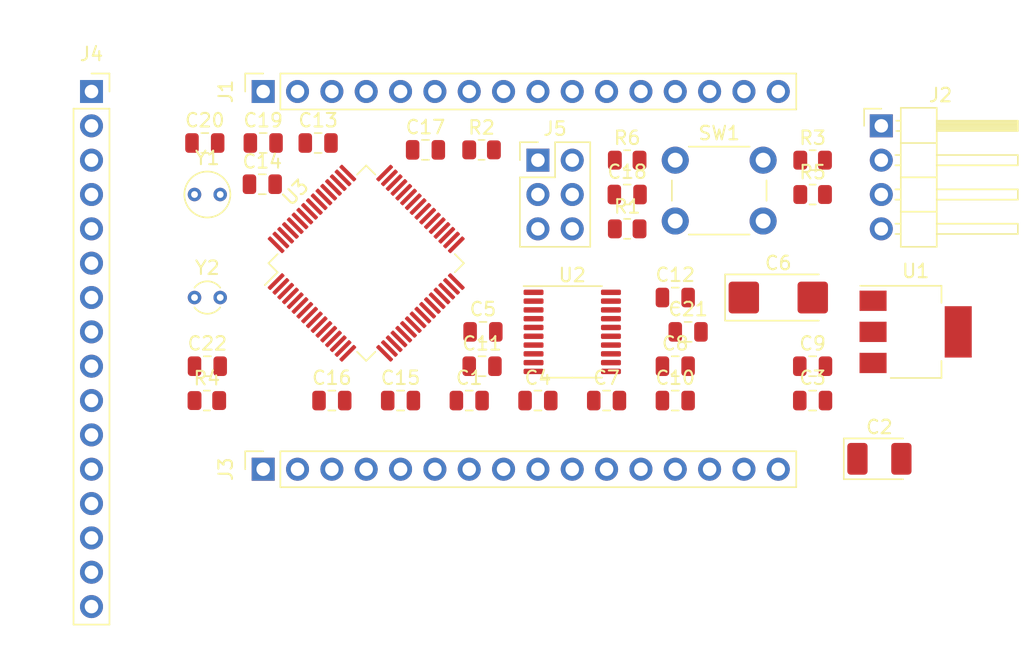
<source format=kicad_pcb>
(kicad_pcb (version 20171130) (host pcbnew 5.1.9)

  (general
    (thickness 1.6)
    (drawings 0)
    (tracks 0)
    (zones 0)
    (modules 39)
    (nets 76)
  )

  (page A4)
  (layers
    (0 F.Cu signal)
    (31 B.Cu signal)
    (32 B.Adhes user)
    (33 F.Adhes user)
    (34 B.Paste user)
    (35 F.Paste user)
    (36 B.SilkS user)
    (37 F.SilkS user)
    (38 B.Mask user)
    (39 F.Mask user)
    (40 Dwgs.User user)
    (41 Cmts.User user)
    (42 Eco1.User user)
    (43 Eco2.User user)
    (44 Edge.Cuts user)
    (45 Margin user)
    (46 B.CrtYd user)
    (47 F.CrtYd user)
    (48 B.Fab user)
    (49 F.Fab user)
  )

  (setup
    (last_trace_width 0.25)
    (trace_clearance 0.2)
    (zone_clearance 0.508)
    (zone_45_only no)
    (trace_min 0.2)
    (via_size 0.8)
    (via_drill 0.4)
    (via_min_size 0.4)
    (via_min_drill 0.3)
    (uvia_size 0.3)
    (uvia_drill 0.1)
    (uvias_allowed no)
    (uvia_min_size 0.2)
    (uvia_min_drill 0.1)
    (edge_width 0.05)
    (segment_width 0.2)
    (pcb_text_width 0.3)
    (pcb_text_size 1.5 1.5)
    (mod_edge_width 0.12)
    (mod_text_size 1 1)
    (mod_text_width 0.15)
    (pad_size 1.524 1.524)
    (pad_drill 0.762)
    (pad_to_mask_clearance 0)
    (aux_axis_origin 0 0)
    (visible_elements FFFFFF7F)
    (pcbplotparams
      (layerselection 0x010fc_ffffffff)
      (usegerberextensions false)
      (usegerberattributes true)
      (usegerberadvancedattributes true)
      (creategerberjobfile true)
      (excludeedgelayer true)
      (linewidth 0.100000)
      (plotframeref false)
      (viasonmask false)
      (mode 1)
      (useauxorigin false)
      (hpglpennumber 1)
      (hpglpenspeed 20)
      (hpglpendiameter 15.000000)
      (psnegative false)
      (psa4output false)
      (plotreference true)
      (plotvalue true)
      (plotinvisibletext false)
      (padsonsilk false)
      (subtractmaskfromsilk false)
      (outputformat 1)
      (mirror false)
      (drillshape 1)
      (scaleselection 1)
      (outputdirectory ""))
  )

  (net 0 "")
  (net 1 GND)
  (net 2 +3V3)
  (net 3 +5V)
  (net 4 "Net-(C8-Pad1)")
  (net 5 "Net-(C11-Pad2)")
  (net 6 "Net-(C11-Pad1)")
  (net 7 "Net-(C12-Pad1)")
  (net 8 /RESET)
  (net 9 /PC14)
  (net 10 /PC15)
  (net 11 /OSCIN)
  (net 12 /OSCOUT)
  (net 13 /PB15)
  (net 14 /PB14)
  (net 15 /PB13)
  (net 16 /PB12)
  (net 17 /PB11)
  (net 18 /PB10)
  (net 19 /PB9)
  (net 20 /PB8)
  (net 21 /PB7)
  (net 22 /PB6)
  (net 23 /PB5)
  (net 24 /PB4)
  (net 25 /PB3)
  (net 26 /PB2)
  (net 27 /PB1)
  (net 28 /PB0)
  (net 29 /SWDCLK)
  (net 30 /SWDIO)
  (net 31 "Net-(J3-Pad16)")
  (net 32 /PC13)
  (net 33 /PC12)
  (net 34 /PC11)
  (net 35 /PC10)
  (net 36 /PC9)
  (net 37 /PC8)
  (net 38 /PC7)
  (net 39 /PC5)
  (net 40 /PC4)
  (net 41 /PC3)
  (net 42 /PC2)
  (net 43 /PC1)
  (net 44 /PC0)
  (net 45 /PA15)
  (net 46 /PA14)
  (net 47 /PA13)
  (net 48 /PA12)
  (net 49 /PA11)
  (net 50 /PA10)
  (net 51 /PA9)
  (net 52 /PA8)
  (net 53 /PA7)
  (net 54 /PA6)
  (net 55 /PA5)
  (net 56 /PA4)
  (net 57 /PA3)
  (net 58 /PA2)
  (net 59 /PA1)
  (net 60 /PA0)
  (net 61 "Net-(J5-Pad4)")
  (net 62 "Net-(J5-Pad3)")
  (net 63 /BOOT0)
  (net 64 /BOOT1)
  (net 65 /DAC_LRCK)
  (net 66 /DAC_DIN)
  (net 67 /DAC_DCK)
  (net 68 /OUT_R)
  (net 69 /OUT_L)
  (net 70 /PD2)
  (net 71 /VCAP_1)
  (net 72 "Net-(U3-Pad18)")
  (net 73 /VREF)
  (net 74 /NRST)
  (net 75 "Net-(U3-Pad1)")

  (net_class Default "This is the default net class."
    (clearance 0.2)
    (trace_width 0.25)
    (via_dia 0.8)
    (via_drill 0.4)
    (uvia_dia 0.3)
    (uvia_drill 0.1)
    (add_net +3V3)
    (add_net +5V)
    (add_net /BOOT0)
    (add_net /BOOT1)
    (add_net /DAC_DCK)
    (add_net /DAC_DIN)
    (add_net /DAC_LRCK)
    (add_net /NRST)
    (add_net /OSCIN)
    (add_net /OSCOUT)
    (add_net /OUT_L)
    (add_net /OUT_R)
    (add_net /PA0)
    (add_net /PA1)
    (add_net /PA10)
    (add_net /PA11)
    (add_net /PA12)
    (add_net /PA13)
    (add_net /PA14)
    (add_net /PA15)
    (add_net /PA2)
    (add_net /PA3)
    (add_net /PA4)
    (add_net /PA5)
    (add_net /PA6)
    (add_net /PA7)
    (add_net /PA8)
    (add_net /PA9)
    (add_net /PB0)
    (add_net /PB1)
    (add_net /PB10)
    (add_net /PB11)
    (add_net /PB12)
    (add_net /PB13)
    (add_net /PB14)
    (add_net /PB15)
    (add_net /PB2)
    (add_net /PB3)
    (add_net /PB4)
    (add_net /PB5)
    (add_net /PB6)
    (add_net /PB7)
    (add_net /PB8)
    (add_net /PB9)
    (add_net /PC0)
    (add_net /PC1)
    (add_net /PC10)
    (add_net /PC11)
    (add_net /PC12)
    (add_net /PC13)
    (add_net /PC14)
    (add_net /PC15)
    (add_net /PC2)
    (add_net /PC3)
    (add_net /PC4)
    (add_net /PC5)
    (add_net /PC7)
    (add_net /PC8)
    (add_net /PC9)
    (add_net /PD2)
    (add_net /RESET)
    (add_net /SWDCLK)
    (add_net /SWDIO)
    (add_net /VCAP_1)
    (add_net /VREF)
    (add_net GND)
    (add_net "Net-(C11-Pad1)")
    (add_net "Net-(C11-Pad2)")
    (add_net "Net-(C12-Pad1)")
    (add_net "Net-(C8-Pad1)")
    (add_net "Net-(J3-Pad16)")
    (add_net "Net-(J5-Pad3)")
    (add_net "Net-(J5-Pad4)")
    (add_net "Net-(U3-Pad1)")
    (add_net "Net-(U3-Pad18)")
  )

  (module Crystal:Crystal_Round_D2.0mm_Vertical (layer F.Cu) (tedit 5A0FD1B2) (tstamp 6061A3D1)
    (at 93.98 73.66)
    (descr "Crystal THT DS26 6.0mm length 2.0mm diameter http://www.microcrystal.com/images/_Product-Documentation/03_TF_metal_Packages/01_Datasheet/DS-Series.pdf")
    (tags ['DS26'])
    (path /5EA338CD)
    (fp_text reference Y2 (at 0.95 -2.2) (layer F.SilkS)
      (effects (font (size 1 1) (thickness 0.15)))
    )
    (fp_text value 32.768K (at 0.95 2.2) (layer F.Fab)
      (effects (font (size 1 1) (thickness 0.15)))
    )
    (fp_arc (start 0.95 0) (end 0 0.733144) (angle -104.7) (layer F.SilkS) (width 0.12))
    (fp_arc (start 0.95 0) (end 0 -0.733144) (angle 104.7) (layer F.SilkS) (width 0.12))
    (fp_text user %R (at 0.95 0) (layer F.Fab)
      (effects (font (size 0.7 0.7) (thickness 0.105)))
    )
    (fp_circle (center 0.95 0) (end 1.95 0) (layer F.Fab) (width 0.1))
    (fp_circle (center 0.95 0) (end 2.65 0) (layer F.CrtYd) (width 0.05))
    (pad 2 thru_hole circle (at 1.9 0) (size 1 1) (drill 0.5) (layers *.Cu *.Mask)
      (net 10 /PC15))
    (pad 1 thru_hole circle (at 0 0) (size 1 1) (drill 0.5) (layers *.Cu *.Mask)
      (net 9 /PC14))
    (model ${KISYS3DMOD}/Crystal.3dshapes/Crystal_Round_D2.0mm_Vertical.wrl
      (at (xyz 0 0 0))
      (scale (xyz 1 1 1))
      (rotate (xyz 0 0 0))
    )
  )

  (module Crystal:Crystal_Round_D3.0mm_Vertical (layer F.Cu) (tedit 5A0FD1B2) (tstamp 6061A3C6)
    (at 93.98 66.04)
    (descr "Crystal THT C38-LF 8.0mm length 3.0mm diameter")
    (tags ['C38-LF'])
    (path /5EA338F5)
    (fp_text reference Y1 (at 0.95 -2.7) (layer F.SilkS)
      (effects (font (size 1 1) (thickness 0.15)))
    )
    (fp_text value 8MHz (at 0.95 2.7) (layer F.Fab)
      (effects (font (size 1 1) (thickness 0.15)))
    )
    (fp_arc (start 0.95 0) (end -0.75 0) (angle -180) (layer F.SilkS) (width 0.12))
    (fp_arc (start 0.95 0) (end -0.75 0) (angle 180) (layer F.SilkS) (width 0.12))
    (fp_text user %R (at 0.95 0) (layer F.Fab)
      (effects (font (size 0.7 0.7) (thickness 0.105)))
    )
    (fp_circle (center 0.95 0) (end 2.45 0) (layer F.Fab) (width 0.1))
    (fp_circle (center 0.95 0) (end 2.9 0) (layer F.CrtYd) (width 0.05))
    (pad 2 thru_hole circle (at 1.9 0) (size 1 1) (drill 0.5) (layers *.Cu *.Mask)
      (net 12 /OSCOUT))
    (pad 1 thru_hole circle (at 0 0) (size 1 1) (drill 0.5) (layers *.Cu *.Mask)
      (net 11 /OSCIN))
    (model ${KISYS3DMOD}/Crystal.3dshapes/Crystal_Round_D3.0mm_Vertical.wrl
      (at (xyz 0 0 0))
      (scale (xyz 1 1 1))
      (rotate (xyz 0 0 0))
    )
  )

  (module Package_QFP:LQFP-64_10x10mm_P0.5mm (layer F.Cu) (tedit 5D9F72AF) (tstamp 6061A3BB)
    (at 106.68 71.12 45)
    (descr "LQFP, 64 Pin (https://www.analog.com/media/en/technical-documentation/data-sheets/ad7606_7606-6_7606-4.pdf), generated with kicad-footprint-generator ipc_gullwing_generator.py")
    (tags "LQFP QFP")
    (path /6061C872)
    (attr smd)
    (fp_text reference U3 (at 0 -7.4 45) (layer F.SilkS)
      (effects (font (size 1 1) (thickness 0.15)))
    )
    (fp_text value STM32F732RETx (at 0 7.4 45) (layer F.Fab)
      (effects (font (size 1 1) (thickness 0.15)))
    )
    (fp_text user %R (at 0 0 45) (layer F.Fab)
      (effects (font (size 1 1) (thickness 0.15)))
    )
    (fp_line (start 4.16 5.11) (end 5.11 5.11) (layer F.SilkS) (width 0.12))
    (fp_line (start 5.11 5.11) (end 5.11 4.16) (layer F.SilkS) (width 0.12))
    (fp_line (start -4.16 5.11) (end -5.11 5.11) (layer F.SilkS) (width 0.12))
    (fp_line (start -5.11 5.11) (end -5.11 4.16) (layer F.SilkS) (width 0.12))
    (fp_line (start 4.16 -5.11) (end 5.11 -5.11) (layer F.SilkS) (width 0.12))
    (fp_line (start 5.11 -5.11) (end 5.11 -4.16) (layer F.SilkS) (width 0.12))
    (fp_line (start -4.16 -5.11) (end -5.11 -5.11) (layer F.SilkS) (width 0.12))
    (fp_line (start -5.11 -5.11) (end -5.11 -4.16) (layer F.SilkS) (width 0.12))
    (fp_line (start -5.11 -4.16) (end -6.45 -4.16) (layer F.SilkS) (width 0.12))
    (fp_line (start -4 -5) (end 5 -5) (layer F.Fab) (width 0.1))
    (fp_line (start 5 -5) (end 5 5) (layer F.Fab) (width 0.1))
    (fp_line (start 5 5) (end -5 5) (layer F.Fab) (width 0.1))
    (fp_line (start -5 5) (end -5 -4) (layer F.Fab) (width 0.1))
    (fp_line (start -5 -4) (end -4 -5) (layer F.Fab) (width 0.1))
    (fp_line (start 0 -6.7) (end -4.15 -6.7) (layer F.CrtYd) (width 0.05))
    (fp_line (start -4.15 -6.7) (end -4.15 -5.25) (layer F.CrtYd) (width 0.05))
    (fp_line (start -4.15 -5.25) (end -5.25 -5.25) (layer F.CrtYd) (width 0.05))
    (fp_line (start -5.25 -5.25) (end -5.25 -4.15) (layer F.CrtYd) (width 0.05))
    (fp_line (start -5.25 -4.15) (end -6.7 -4.15) (layer F.CrtYd) (width 0.05))
    (fp_line (start -6.7 -4.15) (end -6.7 0) (layer F.CrtYd) (width 0.05))
    (fp_line (start 0 -6.7) (end 4.15 -6.7) (layer F.CrtYd) (width 0.05))
    (fp_line (start 4.15 -6.7) (end 4.15 -5.25) (layer F.CrtYd) (width 0.05))
    (fp_line (start 4.15 -5.25) (end 5.25 -5.25) (layer F.CrtYd) (width 0.05))
    (fp_line (start 5.25 -5.25) (end 5.25 -4.15) (layer F.CrtYd) (width 0.05))
    (fp_line (start 5.25 -4.15) (end 6.7 -4.15) (layer F.CrtYd) (width 0.05))
    (fp_line (start 6.7 -4.15) (end 6.7 0) (layer F.CrtYd) (width 0.05))
    (fp_line (start 0 6.7) (end -4.15 6.7) (layer F.CrtYd) (width 0.05))
    (fp_line (start -4.15 6.7) (end -4.15 5.25) (layer F.CrtYd) (width 0.05))
    (fp_line (start -4.15 5.25) (end -5.25 5.25) (layer F.CrtYd) (width 0.05))
    (fp_line (start -5.25 5.25) (end -5.25 4.15) (layer F.CrtYd) (width 0.05))
    (fp_line (start -5.25 4.15) (end -6.7 4.15) (layer F.CrtYd) (width 0.05))
    (fp_line (start -6.7 4.15) (end -6.7 0) (layer F.CrtYd) (width 0.05))
    (fp_line (start 0 6.7) (end 4.15 6.7) (layer F.CrtYd) (width 0.05))
    (fp_line (start 4.15 6.7) (end 4.15 5.25) (layer F.CrtYd) (width 0.05))
    (fp_line (start 4.15 5.25) (end 5.25 5.25) (layer F.CrtYd) (width 0.05))
    (fp_line (start 5.25 5.25) (end 5.25 4.15) (layer F.CrtYd) (width 0.05))
    (fp_line (start 5.25 4.15) (end 6.7 4.15) (layer F.CrtYd) (width 0.05))
    (fp_line (start 6.7 4.15) (end 6.7 0) (layer F.CrtYd) (width 0.05))
    (pad 64 smd roundrect (at -3.75 -5.675 45) (size 0.3 1.55) (layers F.Cu F.Paste F.Mask) (roundrect_rratio 0.25)
      (net 2 +3V3))
    (pad 63 smd roundrect (at -3.25 -5.675 45) (size 0.3 1.55) (layers F.Cu F.Paste F.Mask) (roundrect_rratio 0.25)
      (net 1 GND))
    (pad 62 smd roundrect (at -2.75 -5.675 45) (size 0.3 1.55) (layers F.Cu F.Paste F.Mask) (roundrect_rratio 0.25)
      (net 19 /PB9))
    (pad 61 smd roundrect (at -2.25 -5.675 45) (size 0.3 1.55) (layers F.Cu F.Paste F.Mask) (roundrect_rratio 0.25)
      (net 20 /PB8))
    (pad 60 smd roundrect (at -1.75 -5.675 45) (size 0.3 1.55) (layers F.Cu F.Paste F.Mask) (roundrect_rratio 0.25)
      (net 63 /BOOT0))
    (pad 59 smd roundrect (at -1.25 -5.675 45) (size 0.3 1.55) (layers F.Cu F.Paste F.Mask) (roundrect_rratio 0.25)
      (net 21 /PB7))
    (pad 58 smd roundrect (at -0.75 -5.675 45) (size 0.3 1.55) (layers F.Cu F.Paste F.Mask) (roundrect_rratio 0.25)
      (net 22 /PB6))
    (pad 57 smd roundrect (at -0.25 -5.675 45) (size 0.3 1.55) (layers F.Cu F.Paste F.Mask) (roundrect_rratio 0.25)
      (net 23 /PB5))
    (pad 56 smd roundrect (at 0.25 -5.675 45) (size 0.3 1.55) (layers F.Cu F.Paste F.Mask) (roundrect_rratio 0.25)
      (net 24 /PB4))
    (pad 55 smd roundrect (at 0.75 -5.675 45) (size 0.3 1.55) (layers F.Cu F.Paste F.Mask) (roundrect_rratio 0.25)
      (net 25 /PB3))
    (pad 54 smd roundrect (at 1.25 -5.675 45) (size 0.3 1.55) (layers F.Cu F.Paste F.Mask) (roundrect_rratio 0.25)
      (net 70 /PD2))
    (pad 53 smd roundrect (at 1.75 -5.675 45) (size 0.3 1.55) (layers F.Cu F.Paste F.Mask) (roundrect_rratio 0.25)
      (net 33 /PC12))
    (pad 52 smd roundrect (at 2.25 -5.675 45) (size 0.3 1.55) (layers F.Cu F.Paste F.Mask) (roundrect_rratio 0.25)
      (net 34 /PC11))
    (pad 51 smd roundrect (at 2.75 -5.675 45) (size 0.3 1.55) (layers F.Cu F.Paste F.Mask) (roundrect_rratio 0.25)
      (net 35 /PC10))
    (pad 50 smd roundrect (at 3.25 -5.675 45) (size 0.3 1.55) (layers F.Cu F.Paste F.Mask) (roundrect_rratio 0.25)
      (net 45 /PA15))
    (pad 49 smd roundrect (at 3.75 -5.675 45) (size 0.3 1.55) (layers F.Cu F.Paste F.Mask) (roundrect_rratio 0.25)
      (net 46 /PA14))
    (pad 48 smd roundrect (at 5.675 -3.75 45) (size 1.55 0.3) (layers F.Cu F.Paste F.Mask) (roundrect_rratio 0.25)
      (net 2 +3V3))
    (pad 47 smd roundrect (at 5.675 -3.25 45) (size 1.55 0.3) (layers F.Cu F.Paste F.Mask) (roundrect_rratio 0.25)
      (net 1 GND))
    (pad 46 smd roundrect (at 5.675 -2.75 45) (size 1.55 0.3) (layers F.Cu F.Paste F.Mask) (roundrect_rratio 0.25)
      (net 47 /PA13))
    (pad 45 smd roundrect (at 5.675 -2.25 45) (size 1.55 0.3) (layers F.Cu F.Paste F.Mask) (roundrect_rratio 0.25)
      (net 48 /PA12))
    (pad 44 smd roundrect (at 5.675 -1.75 45) (size 1.55 0.3) (layers F.Cu F.Paste F.Mask) (roundrect_rratio 0.25)
      (net 49 /PA11))
    (pad 43 smd roundrect (at 5.675 -1.25 45) (size 1.55 0.3) (layers F.Cu F.Paste F.Mask) (roundrect_rratio 0.25)
      (net 50 /PA10))
    (pad 42 smd roundrect (at 5.675 -0.75 45) (size 1.55 0.3) (layers F.Cu F.Paste F.Mask) (roundrect_rratio 0.25)
      (net 51 /PA9))
    (pad 41 smd roundrect (at 5.675 -0.25 45) (size 1.55 0.3) (layers F.Cu F.Paste F.Mask) (roundrect_rratio 0.25)
      (net 52 /PA8))
    (pad 40 smd roundrect (at 5.675 0.25 45) (size 1.55 0.3) (layers F.Cu F.Paste F.Mask) (roundrect_rratio 0.25)
      (net 36 /PC9))
    (pad 39 smd roundrect (at 5.675 0.75 45) (size 1.55 0.3) (layers F.Cu F.Paste F.Mask) (roundrect_rratio 0.25)
      (net 37 /PC8))
    (pad 38 smd roundrect (at 5.675 1.25 45) (size 1.55 0.3) (layers F.Cu F.Paste F.Mask) (roundrect_rratio 0.25)
      (net 38 /PC7))
    (pad 37 smd roundrect (at 5.675 1.75 45) (size 1.55 0.3) (layers F.Cu F.Paste F.Mask) (roundrect_rratio 0.25)
      (net 39 /PC5))
    (pad 36 smd roundrect (at 5.675 2.25 45) (size 1.55 0.3) (layers F.Cu F.Paste F.Mask) (roundrect_rratio 0.25)
      (net 13 /PB15))
    (pad 35 smd roundrect (at 5.675 2.75 45) (size 1.55 0.3) (layers F.Cu F.Paste F.Mask) (roundrect_rratio 0.25)
      (net 14 /PB14))
    (pad 34 smd roundrect (at 5.675 3.25 45) (size 1.55 0.3) (layers F.Cu F.Paste F.Mask) (roundrect_rratio 0.25)
      (net 15 /PB13))
    (pad 33 smd roundrect (at 5.675 3.75 45) (size 1.55 0.3) (layers F.Cu F.Paste F.Mask) (roundrect_rratio 0.25)
      (net 16 /PB12))
    (pad 32 smd roundrect (at 3.75 5.675 45) (size 0.3 1.55) (layers F.Cu F.Paste F.Mask) (roundrect_rratio 0.25)
      (net 2 +3V3))
    (pad 31 smd roundrect (at 3.25 5.675 45) (size 0.3 1.55) (layers F.Cu F.Paste F.Mask) (roundrect_rratio 0.25)
      (net 1 GND))
    (pad 30 smd roundrect (at 2.75 5.675 45) (size 0.3 1.55) (layers F.Cu F.Paste F.Mask) (roundrect_rratio 0.25)
      (net 71 /VCAP_1))
    (pad 29 smd roundrect (at 2.25 5.675 45) (size 0.3 1.55) (layers F.Cu F.Paste F.Mask) (roundrect_rratio 0.25)
      (net 17 /PB11))
    (pad 28 smd roundrect (at 1.75 5.675 45) (size 0.3 1.55) (layers F.Cu F.Paste F.Mask) (roundrect_rratio 0.25)
      (net 18 /PB10))
    (pad 27 smd roundrect (at 1.25 5.675 45) (size 0.3 1.55) (layers F.Cu F.Paste F.Mask) (roundrect_rratio 0.25)
      (net 26 /PB2))
    (pad 26 smd roundrect (at 0.75 5.675 45) (size 0.3 1.55) (layers F.Cu F.Paste F.Mask) (roundrect_rratio 0.25)
      (net 27 /PB1))
    (pad 25 smd roundrect (at 0.25 5.675 45) (size 0.3 1.55) (layers F.Cu F.Paste F.Mask) (roundrect_rratio 0.25)
      (net 28 /PB0))
    (pad 24 smd roundrect (at -0.25 5.675 45) (size 0.3 1.55) (layers F.Cu F.Paste F.Mask) (roundrect_rratio 0.25)
      (net 40 /PC4))
    (pad 23 smd roundrect (at -0.75 5.675 45) (size 0.3 1.55) (layers F.Cu F.Paste F.Mask) (roundrect_rratio 0.25)
      (net 53 /PA7))
    (pad 22 smd roundrect (at -1.25 5.675 45) (size 0.3 1.55) (layers F.Cu F.Paste F.Mask) (roundrect_rratio 0.25)
      (net 54 /PA6))
    (pad 21 smd roundrect (at -1.75 5.675 45) (size 0.3 1.55) (layers F.Cu F.Paste F.Mask) (roundrect_rratio 0.25)
      (net 55 /PA5))
    (pad 20 smd roundrect (at -2.25 5.675 45) (size 0.3 1.55) (layers F.Cu F.Paste F.Mask) (roundrect_rratio 0.25)
      (net 56 /PA4))
    (pad 19 smd roundrect (at -2.75 5.675 45) (size 0.3 1.55) (layers F.Cu F.Paste F.Mask) (roundrect_rratio 0.25)
      (net 2 +3V3))
    (pad 18 smd roundrect (at -3.25 5.675 45) (size 0.3 1.55) (layers F.Cu F.Paste F.Mask) (roundrect_rratio 0.25)
      (net 72 "Net-(U3-Pad18)"))
    (pad 17 smd roundrect (at -3.75 5.675 45) (size 0.3 1.55) (layers F.Cu F.Paste F.Mask) (roundrect_rratio 0.25)
      (net 57 /PA3))
    (pad 16 smd roundrect (at -5.675 3.75 45) (size 1.55 0.3) (layers F.Cu F.Paste F.Mask) (roundrect_rratio 0.25)
      (net 58 /PA2))
    (pad 15 smd roundrect (at -5.675 3.25 45) (size 1.55 0.3) (layers F.Cu F.Paste F.Mask) (roundrect_rratio 0.25)
      (net 59 /PA1))
    (pad 14 smd roundrect (at -5.675 2.75 45) (size 1.55 0.3) (layers F.Cu F.Paste F.Mask) (roundrect_rratio 0.25)
      (net 60 /PA0))
    (pad 13 smd roundrect (at -5.675 2.25 45) (size 1.55 0.3) (layers F.Cu F.Paste F.Mask) (roundrect_rratio 0.25)
      (net 73 /VREF))
    (pad 12 smd roundrect (at -5.675 1.75 45) (size 1.55 0.3) (layers F.Cu F.Paste F.Mask) (roundrect_rratio 0.25)
      (net 1 GND))
    (pad 11 smd roundrect (at -5.675 1.25 45) (size 1.55 0.3) (layers F.Cu F.Paste F.Mask) (roundrect_rratio 0.25)
      (net 41 /PC3))
    (pad 10 smd roundrect (at -5.675 0.75 45) (size 1.55 0.3) (layers F.Cu F.Paste F.Mask) (roundrect_rratio 0.25)
      (net 42 /PC2))
    (pad 9 smd roundrect (at -5.675 0.25 45) (size 1.55 0.3) (layers F.Cu F.Paste F.Mask) (roundrect_rratio 0.25)
      (net 43 /PC1))
    (pad 8 smd roundrect (at -5.675 -0.25 45) (size 1.55 0.3) (layers F.Cu F.Paste F.Mask) (roundrect_rratio 0.25)
      (net 44 /PC0))
    (pad 7 smd roundrect (at -5.675 -0.75 45) (size 1.55 0.3) (layers F.Cu F.Paste F.Mask) (roundrect_rratio 0.25)
      (net 74 /NRST))
    (pad 6 smd roundrect (at -5.675 -1.25 45) (size 1.55 0.3) (layers F.Cu F.Paste F.Mask) (roundrect_rratio 0.25)
      (net 12 /OSCOUT))
    (pad 5 smd roundrect (at -5.675 -1.75 45) (size 1.55 0.3) (layers F.Cu F.Paste F.Mask) (roundrect_rratio 0.25)
      (net 11 /OSCIN))
    (pad 4 smd roundrect (at -5.675 -2.25 45) (size 1.55 0.3) (layers F.Cu F.Paste F.Mask) (roundrect_rratio 0.25)
      (net 10 /PC15))
    (pad 3 smd roundrect (at -5.675 -2.75 45) (size 1.55 0.3) (layers F.Cu F.Paste F.Mask) (roundrect_rratio 0.25)
      (net 9 /PC14))
    (pad 2 smd roundrect (at -5.675 -3.25 45) (size 1.55 0.3) (layers F.Cu F.Paste F.Mask) (roundrect_rratio 0.25)
      (net 32 /PC13))
    (pad 1 smd roundrect (at -5.675 -3.75 45) (size 1.55 0.3) (layers F.Cu F.Paste F.Mask) (roundrect_rratio 0.25)
      (net 75 "Net-(U3-Pad1)"))
    (model ${KISYS3DMOD}/Package_QFP.3dshapes/LQFP-64_10x10mm_P0.5mm.wrl
      (at (xyz 0 0 0))
      (scale (xyz 1 1 1))
      (rotate (xyz 0 0 0))
    )
  )

  (module Package_SO:TSSOP-20_4.4x6.5mm_P0.65mm (layer F.Cu) (tedit 5E476F32) (tstamp 6061A350)
    (at 121.92 76.2)
    (descr "TSSOP, 20 Pin (JEDEC MO-153 Var AC https://www.jedec.org/document_search?search_api_views_fulltext=MO-153), generated with kicad-footprint-generator ipc_gullwing_generator.py")
    (tags "TSSOP SO")
    (path /601CF0EF)
    (attr smd)
    (fp_text reference U2 (at 0 -4.2) (layer F.SilkS)
      (effects (font (size 1 1) (thickness 0.15)))
    )
    (fp_text value PCM5100 (at 0 4.2) (layer F.Fab)
      (effects (font (size 1 1) (thickness 0.15)))
    )
    (fp_text user %R (at 0 0) (layer F.Fab)
      (effects (font (size 1 1) (thickness 0.15)))
    )
    (fp_line (start 0 3.385) (end 2.2 3.385) (layer F.SilkS) (width 0.12))
    (fp_line (start 0 3.385) (end -2.2 3.385) (layer F.SilkS) (width 0.12))
    (fp_line (start 0 -3.385) (end 2.2 -3.385) (layer F.SilkS) (width 0.12))
    (fp_line (start 0 -3.385) (end -3.6 -3.385) (layer F.SilkS) (width 0.12))
    (fp_line (start -1.2 -3.25) (end 2.2 -3.25) (layer F.Fab) (width 0.1))
    (fp_line (start 2.2 -3.25) (end 2.2 3.25) (layer F.Fab) (width 0.1))
    (fp_line (start 2.2 3.25) (end -2.2 3.25) (layer F.Fab) (width 0.1))
    (fp_line (start -2.2 3.25) (end -2.2 -2.25) (layer F.Fab) (width 0.1))
    (fp_line (start -2.2 -2.25) (end -1.2 -3.25) (layer F.Fab) (width 0.1))
    (fp_line (start -3.85 -3.5) (end -3.85 3.5) (layer F.CrtYd) (width 0.05))
    (fp_line (start -3.85 3.5) (end 3.85 3.5) (layer F.CrtYd) (width 0.05))
    (fp_line (start 3.85 3.5) (end 3.85 -3.5) (layer F.CrtYd) (width 0.05))
    (fp_line (start 3.85 -3.5) (end -3.85 -3.5) (layer F.CrtYd) (width 0.05))
    (pad 20 smd roundrect (at 2.8625 -2.925) (size 1.475 0.4) (layers F.Cu F.Paste F.Mask) (roundrect_rratio 0.25)
      (net 2 +3V3))
    (pad 19 smd roundrect (at 2.8625 -2.275) (size 1.475 0.4) (layers F.Cu F.Paste F.Mask) (roundrect_rratio 0.25)
      (net 1 GND))
    (pad 18 smd roundrect (at 2.8625 -1.625) (size 1.475 0.4) (layers F.Cu F.Paste F.Mask) (roundrect_rratio 0.25)
      (net 7 "Net-(C12-Pad1)"))
    (pad 17 smd roundrect (at 2.8625 -0.975) (size 1.475 0.4) (layers F.Cu F.Paste F.Mask) (roundrect_rratio 0.25)
      (net 2 +3V3))
    (pad 16 smd roundrect (at 2.8625 -0.325) (size 1.475 0.4) (layers F.Cu F.Paste F.Mask) (roundrect_rratio 0.25)
      (net 1 GND))
    (pad 15 smd roundrect (at 2.8625 0.325) (size 1.475 0.4) (layers F.Cu F.Paste F.Mask) (roundrect_rratio 0.25)
      (net 65 /DAC_LRCK))
    (pad 14 smd roundrect (at 2.8625 0.975) (size 1.475 0.4) (layers F.Cu F.Paste F.Mask) (roundrect_rratio 0.25)
      (net 66 /DAC_DIN))
    (pad 13 smd roundrect (at 2.8625 1.625) (size 1.475 0.4) (layers F.Cu F.Paste F.Mask) (roundrect_rratio 0.25)
      (net 67 /DAC_DCK))
    (pad 12 smd roundrect (at 2.8625 2.275) (size 1.475 0.4) (layers F.Cu F.Paste F.Mask) (roundrect_rratio 0.25)
      (net 1 GND))
    (pad 11 smd roundrect (at 2.8625 2.925) (size 1.475 0.4) (layers F.Cu F.Paste F.Mask) (roundrect_rratio 0.25)
      (net 2 +3V3))
    (pad 10 smd roundrect (at -2.8625 2.925) (size 1.475 0.4) (layers F.Cu F.Paste F.Mask) (roundrect_rratio 0.25)
      (net 1 GND))
    (pad 9 smd roundrect (at -2.8625 2.275) (size 1.475 0.4) (layers F.Cu F.Paste F.Mask) (roundrect_rratio 0.25)
      (net 1 GND))
    (pad 8 smd roundrect (at -2.8625 1.625) (size 1.475 0.4) (layers F.Cu F.Paste F.Mask) (roundrect_rratio 0.25)
      (net 2 +3V3))
    (pad 7 smd roundrect (at -2.8625 0.975) (size 1.475 0.4) (layers F.Cu F.Paste F.Mask) (roundrect_rratio 0.25)
      (net 68 /OUT_R))
    (pad 6 smd roundrect (at -2.8625 0.325) (size 1.475 0.4) (layers F.Cu F.Paste F.Mask) (roundrect_rratio 0.25)
      (net 69 /OUT_L))
    (pad 5 smd roundrect (at -2.8625 -0.325) (size 1.475 0.4) (layers F.Cu F.Paste F.Mask) (roundrect_rratio 0.25)
      (net 4 "Net-(C8-Pad1)"))
    (pad 4 smd roundrect (at -2.8625 -0.975) (size 1.475 0.4) (layers F.Cu F.Paste F.Mask) (roundrect_rratio 0.25)
      (net 5 "Net-(C11-Pad2)"))
    (pad 3 smd roundrect (at -2.8625 -1.625) (size 1.475 0.4) (layers F.Cu F.Paste F.Mask) (roundrect_rratio 0.25)
      (net 1 GND))
    (pad 2 smd roundrect (at -2.8625 -2.275) (size 1.475 0.4) (layers F.Cu F.Paste F.Mask) (roundrect_rratio 0.25)
      (net 6 "Net-(C11-Pad1)"))
    (pad 1 smd roundrect (at -2.8625 -2.925) (size 1.475 0.4) (layers F.Cu F.Paste F.Mask) (roundrect_rratio 0.25)
      (net 2 +3V3))
    (model ${KISYS3DMOD}/Package_SO.3dshapes/TSSOP-20_4.4x6.5mm_P0.65mm.wrl
      (at (xyz 0 0 0))
      (scale (xyz 1 1 1))
      (rotate (xyz 0 0 0))
    )
  )

  (module Package_TO_SOT_SMD:SOT-223-3_TabPin2 (layer F.Cu) (tedit 5A02FF57) (tstamp 6061A32A)
    (at 147.32 76.2)
    (descr "module CMS SOT223 4 pins")
    (tags "CMS SOT")
    (path /5EAECB6F)
    (attr smd)
    (fp_text reference U1 (at 0 -4.5) (layer F.SilkS)
      (effects (font (size 1 1) (thickness 0.15)))
    )
    (fp_text value AMS1117-3.3 (at 0 4.5) (layer F.Fab)
      (effects (font (size 1 1) (thickness 0.15)))
    )
    (fp_text user %R (at 0 0 90) (layer F.Fab)
      (effects (font (size 0.8 0.8) (thickness 0.12)))
    )
    (fp_line (start 1.91 3.41) (end 1.91 2.15) (layer F.SilkS) (width 0.12))
    (fp_line (start 1.91 -3.41) (end 1.91 -2.15) (layer F.SilkS) (width 0.12))
    (fp_line (start 4.4 -3.6) (end -4.4 -3.6) (layer F.CrtYd) (width 0.05))
    (fp_line (start 4.4 3.6) (end 4.4 -3.6) (layer F.CrtYd) (width 0.05))
    (fp_line (start -4.4 3.6) (end 4.4 3.6) (layer F.CrtYd) (width 0.05))
    (fp_line (start -4.4 -3.6) (end -4.4 3.6) (layer F.CrtYd) (width 0.05))
    (fp_line (start -1.85 -2.35) (end -0.85 -3.35) (layer F.Fab) (width 0.1))
    (fp_line (start -1.85 -2.35) (end -1.85 3.35) (layer F.Fab) (width 0.1))
    (fp_line (start -1.85 3.41) (end 1.91 3.41) (layer F.SilkS) (width 0.12))
    (fp_line (start -0.85 -3.35) (end 1.85 -3.35) (layer F.Fab) (width 0.1))
    (fp_line (start -4.1 -3.41) (end 1.91 -3.41) (layer F.SilkS) (width 0.12))
    (fp_line (start -1.85 3.35) (end 1.85 3.35) (layer F.Fab) (width 0.1))
    (fp_line (start 1.85 -3.35) (end 1.85 3.35) (layer F.Fab) (width 0.1))
    (pad 1 smd rect (at -3.15 -2.3) (size 2 1.5) (layers F.Cu F.Paste F.Mask)
      (net 1 GND))
    (pad 3 smd rect (at -3.15 2.3) (size 2 1.5) (layers F.Cu F.Paste F.Mask)
      (net 3 +5V))
    (pad 2 smd rect (at -3.15 0) (size 2 1.5) (layers F.Cu F.Paste F.Mask)
      (net 2 +3V3))
    (pad 2 smd rect (at 3.15 0) (size 2 3.8) (layers F.Cu F.Paste F.Mask)
      (net 2 +3V3))
    (model ${KISYS3DMOD}/Package_TO_SOT_SMD.3dshapes/SOT-223.wrl
      (at (xyz 0 0 0))
      (scale (xyz 1 1 1))
      (rotate (xyz 0 0 0))
    )
  )

  (module Button_Switch_THT:SW_PUSH_6mm (layer F.Cu) (tedit 5A02FE31) (tstamp 6061A314)
    (at 129.54 63.5)
    (descr https://www.omron.com/ecb/products/pdf/en-b3f.pdf)
    (tags "tact sw push 6mm")
    (path /5EA33A54)
    (fp_text reference SW1 (at 3.25 -2) (layer F.SilkS)
      (effects (font (size 1 1) (thickness 0.15)))
    )
    (fp_text value SW_Push (at 3.75 6.7) (layer F.Fab)
      (effects (font (size 1 1) (thickness 0.15)))
    )
    (fp_text user %R (at 3.25 2.25) (layer F.Fab)
      (effects (font (size 1 1) (thickness 0.15)))
    )
    (fp_line (start 3.25 -0.75) (end 6.25 -0.75) (layer F.Fab) (width 0.1))
    (fp_line (start 6.25 -0.75) (end 6.25 5.25) (layer F.Fab) (width 0.1))
    (fp_line (start 6.25 5.25) (end 0.25 5.25) (layer F.Fab) (width 0.1))
    (fp_line (start 0.25 5.25) (end 0.25 -0.75) (layer F.Fab) (width 0.1))
    (fp_line (start 0.25 -0.75) (end 3.25 -0.75) (layer F.Fab) (width 0.1))
    (fp_line (start 7.75 6) (end 8 6) (layer F.CrtYd) (width 0.05))
    (fp_line (start 8 6) (end 8 5.75) (layer F.CrtYd) (width 0.05))
    (fp_line (start 7.75 -1.5) (end 8 -1.5) (layer F.CrtYd) (width 0.05))
    (fp_line (start 8 -1.5) (end 8 -1.25) (layer F.CrtYd) (width 0.05))
    (fp_line (start -1.5 -1.25) (end -1.5 -1.5) (layer F.CrtYd) (width 0.05))
    (fp_line (start -1.5 -1.5) (end -1.25 -1.5) (layer F.CrtYd) (width 0.05))
    (fp_line (start -1.5 5.75) (end -1.5 6) (layer F.CrtYd) (width 0.05))
    (fp_line (start -1.5 6) (end -1.25 6) (layer F.CrtYd) (width 0.05))
    (fp_line (start -1.25 -1.5) (end 7.75 -1.5) (layer F.CrtYd) (width 0.05))
    (fp_line (start -1.5 5.75) (end -1.5 -1.25) (layer F.CrtYd) (width 0.05))
    (fp_line (start 7.75 6) (end -1.25 6) (layer F.CrtYd) (width 0.05))
    (fp_line (start 8 -1.25) (end 8 5.75) (layer F.CrtYd) (width 0.05))
    (fp_line (start 1 5.5) (end 5.5 5.5) (layer F.SilkS) (width 0.12))
    (fp_line (start -0.25 1.5) (end -0.25 3) (layer F.SilkS) (width 0.12))
    (fp_line (start 5.5 -1) (end 1 -1) (layer F.SilkS) (width 0.12))
    (fp_line (start 6.75 3) (end 6.75 1.5) (layer F.SilkS) (width 0.12))
    (fp_circle (center 3.25 2.25) (end 1.25 2.5) (layer F.Fab) (width 0.1))
    (pad 1 thru_hole circle (at 6.5 0 90) (size 2 2) (drill 1.1) (layers *.Cu *.Mask)
      (net 1 GND))
    (pad 2 thru_hole circle (at 6.5 4.5 90) (size 2 2) (drill 1.1) (layers *.Cu *.Mask)
      (net 8 /RESET))
    (pad 1 thru_hole circle (at 0 0 90) (size 2 2) (drill 1.1) (layers *.Cu *.Mask)
      (net 1 GND))
    (pad 2 thru_hole circle (at 0 4.5 90) (size 2 2) (drill 1.1) (layers *.Cu *.Mask)
      (net 8 /RESET))
    (model ${KISYS3DMOD}/Button_Switch_THT.3dshapes/SW_PUSH_6mm.wrl
      (at (xyz 0 0 0))
      (scale (xyz 1 1 1))
      (rotate (xyz 0 0 0))
    )
  )

  (module Resistor_SMD:R_0805_2012Metric (layer F.Cu) (tedit 5F68FEEE) (tstamp 6061A2F5)
    (at 125.984 63.5)
    (descr "Resistor SMD 0805 (2012 Metric), square (rectangular) end terminal, IPC_7351 nominal, (Body size source: IPC-SM-782 page 72, https://www.pcb-3d.com/wordpress/wp-content/uploads/ipc-sm-782a_amendment_1_and_2.pdf), generated with kicad-footprint-generator")
    (tags resistor)
    (path /5EA33AB8)
    (attr smd)
    (fp_text reference R6 (at 0 -1.65) (layer F.SilkS)
      (effects (font (size 1 1) (thickness 0.15)))
    )
    (fp_text value 100k (at 0 1.65) (layer F.Fab)
      (effects (font (size 1 1) (thickness 0.15)))
    )
    (fp_text user %R (at 0 0) (layer F.Fab)
      (effects (font (size 0.5 0.5) (thickness 0.08)))
    )
    (fp_line (start -1 0.625) (end -1 -0.625) (layer F.Fab) (width 0.1))
    (fp_line (start -1 -0.625) (end 1 -0.625) (layer F.Fab) (width 0.1))
    (fp_line (start 1 -0.625) (end 1 0.625) (layer F.Fab) (width 0.1))
    (fp_line (start 1 0.625) (end -1 0.625) (layer F.Fab) (width 0.1))
    (fp_line (start -0.227064 -0.735) (end 0.227064 -0.735) (layer F.SilkS) (width 0.12))
    (fp_line (start -0.227064 0.735) (end 0.227064 0.735) (layer F.SilkS) (width 0.12))
    (fp_line (start -1.68 0.95) (end -1.68 -0.95) (layer F.CrtYd) (width 0.05))
    (fp_line (start -1.68 -0.95) (end 1.68 -0.95) (layer F.CrtYd) (width 0.05))
    (fp_line (start 1.68 -0.95) (end 1.68 0.95) (layer F.CrtYd) (width 0.05))
    (fp_line (start 1.68 0.95) (end -1.68 0.95) (layer F.CrtYd) (width 0.05))
    (pad 2 smd roundrect (at 0.9125 0) (size 1.025 1.4) (layers F.Cu F.Paste F.Mask) (roundrect_rratio 0.243902)
      (net 61 "Net-(J5-Pad4)"))
    (pad 1 smd roundrect (at -0.9125 0) (size 1.025 1.4) (layers F.Cu F.Paste F.Mask) (roundrect_rratio 0.243902)
      (net 64 /BOOT1))
    (model ${KISYS3DMOD}/Resistor_SMD.3dshapes/R_0805_2012Metric.wrl
      (at (xyz 0 0 0))
      (scale (xyz 1 1 1))
      (rotate (xyz 0 0 0))
    )
  )

  (module Resistor_SMD:R_0805_2012Metric (layer F.Cu) (tedit 5F68FEEE) (tstamp 6061A2E4)
    (at 139.7 66.04)
    (descr "Resistor SMD 0805 (2012 Metric), square (rectangular) end terminal, IPC_7351 nominal, (Body size source: IPC-SM-782 page 72, https://www.pcb-3d.com/wordpress/wp-content/uploads/ipc-sm-782a_amendment_1_and_2.pdf), generated with kicad-footprint-generator")
    (tags resistor)
    (path /5EA33A26)
    (attr smd)
    (fp_text reference R5 (at 0 -1.65) (layer F.SilkS)
      (effects (font (size 1 1) (thickness 0.15)))
    )
    (fp_text value 10k (at 0 1.65) (layer F.Fab)
      (effects (font (size 1 1) (thickness 0.15)))
    )
    (fp_text user %R (at 0 0) (layer F.Fab)
      (effects (font (size 0.5 0.5) (thickness 0.08)))
    )
    (fp_line (start -1 0.625) (end -1 -0.625) (layer F.Fab) (width 0.1))
    (fp_line (start -1 -0.625) (end 1 -0.625) (layer F.Fab) (width 0.1))
    (fp_line (start 1 -0.625) (end 1 0.625) (layer F.Fab) (width 0.1))
    (fp_line (start 1 0.625) (end -1 0.625) (layer F.Fab) (width 0.1))
    (fp_line (start -0.227064 -0.735) (end 0.227064 -0.735) (layer F.SilkS) (width 0.12))
    (fp_line (start -0.227064 0.735) (end 0.227064 0.735) (layer F.SilkS) (width 0.12))
    (fp_line (start -1.68 0.95) (end -1.68 -0.95) (layer F.CrtYd) (width 0.05))
    (fp_line (start -1.68 -0.95) (end 1.68 -0.95) (layer F.CrtYd) (width 0.05))
    (fp_line (start 1.68 -0.95) (end 1.68 0.95) (layer F.CrtYd) (width 0.05))
    (fp_line (start 1.68 0.95) (end -1.68 0.95) (layer F.CrtYd) (width 0.05))
    (pad 2 smd roundrect (at 0.9125 0) (size 1.025 1.4) (layers F.Cu F.Paste F.Mask) (roundrect_rratio 0.243902)
      (net 30 /SWDIO))
    (pad 1 smd roundrect (at -0.9125 0) (size 1.025 1.4) (layers F.Cu F.Paste F.Mask) (roundrect_rratio 0.243902)
      (net 1 GND))
    (model ${KISYS3DMOD}/Resistor_SMD.3dshapes/R_0805_2012Metric.wrl
      (at (xyz 0 0 0))
      (scale (xyz 1 1 1))
      (rotate (xyz 0 0 0))
    )
  )

  (module Resistor_SMD:R_0805_2012Metric (layer F.Cu) (tedit 5F68FEEE) (tstamp 6061A2D3)
    (at 94.8925 81.28)
    (descr "Resistor SMD 0805 (2012 Metric), square (rectangular) end terminal, IPC_7351 nominal, (Body size source: IPC-SM-782 page 72, https://www.pcb-3d.com/wordpress/wp-content/uploads/ipc-sm-782a_amendment_1_and_2.pdf), generated with kicad-footprint-generator")
    (tags resistor)
    (path /5EA338FF)
    (attr smd)
    (fp_text reference R4 (at 0 -1.65) (layer F.SilkS)
      (effects (font (size 1 1) (thickness 0.15)))
    )
    (fp_text value 1M (at 0 1.65) (layer F.Fab)
      (effects (font (size 1 1) (thickness 0.15)))
    )
    (fp_text user %R (at 0 0) (layer F.Fab)
      (effects (font (size 0.5 0.5) (thickness 0.08)))
    )
    (fp_line (start -1 0.625) (end -1 -0.625) (layer F.Fab) (width 0.1))
    (fp_line (start -1 -0.625) (end 1 -0.625) (layer F.Fab) (width 0.1))
    (fp_line (start 1 -0.625) (end 1 0.625) (layer F.Fab) (width 0.1))
    (fp_line (start 1 0.625) (end -1 0.625) (layer F.Fab) (width 0.1))
    (fp_line (start -0.227064 -0.735) (end 0.227064 -0.735) (layer F.SilkS) (width 0.12))
    (fp_line (start -0.227064 0.735) (end 0.227064 0.735) (layer F.SilkS) (width 0.12))
    (fp_line (start -1.68 0.95) (end -1.68 -0.95) (layer F.CrtYd) (width 0.05))
    (fp_line (start -1.68 -0.95) (end 1.68 -0.95) (layer F.CrtYd) (width 0.05))
    (fp_line (start 1.68 -0.95) (end 1.68 0.95) (layer F.CrtYd) (width 0.05))
    (fp_line (start 1.68 0.95) (end -1.68 0.95) (layer F.CrtYd) (width 0.05))
    (pad 2 smd roundrect (at 0.9125 0) (size 1.025 1.4) (layers F.Cu F.Paste F.Mask) (roundrect_rratio 0.243902)
      (net 12 /OSCOUT))
    (pad 1 smd roundrect (at -0.9125 0) (size 1.025 1.4) (layers F.Cu F.Paste F.Mask) (roundrect_rratio 0.243902)
      (net 11 /OSCIN))
    (model ${KISYS3DMOD}/Resistor_SMD.3dshapes/R_0805_2012Metric.wrl
      (at (xyz 0 0 0))
      (scale (xyz 1 1 1))
      (rotate (xyz 0 0 0))
    )
  )

  (module Resistor_SMD:R_0805_2012Metric (layer F.Cu) (tedit 5F68FEEE) (tstamp 6061A2C2)
    (at 139.7 63.5)
    (descr "Resistor SMD 0805 (2012 Metric), square (rectangular) end terminal, IPC_7351 nominal, (Body size source: IPC-SM-782 page 72, https://www.pcb-3d.com/wordpress/wp-content/uploads/ipc-sm-782a_amendment_1_and_2.pdf), generated with kicad-footprint-generator")
    (tags resistor)
    (path /5EA33A1C)
    (attr smd)
    (fp_text reference R3 (at 0 -1.65) (layer F.SilkS)
      (effects (font (size 1 1) (thickness 0.15)))
    )
    (fp_text value 10k (at 0 1.65) (layer F.Fab)
      (effects (font (size 1 1) (thickness 0.15)))
    )
    (fp_text user %R (at 0 0) (layer F.Fab)
      (effects (font (size 0.5 0.5) (thickness 0.08)))
    )
    (fp_line (start -1 0.625) (end -1 -0.625) (layer F.Fab) (width 0.1))
    (fp_line (start -1 -0.625) (end 1 -0.625) (layer F.Fab) (width 0.1))
    (fp_line (start 1 -0.625) (end 1 0.625) (layer F.Fab) (width 0.1))
    (fp_line (start 1 0.625) (end -1 0.625) (layer F.Fab) (width 0.1))
    (fp_line (start -0.227064 -0.735) (end 0.227064 -0.735) (layer F.SilkS) (width 0.12))
    (fp_line (start -0.227064 0.735) (end 0.227064 0.735) (layer F.SilkS) (width 0.12))
    (fp_line (start -1.68 0.95) (end -1.68 -0.95) (layer F.CrtYd) (width 0.05))
    (fp_line (start -1.68 -0.95) (end 1.68 -0.95) (layer F.CrtYd) (width 0.05))
    (fp_line (start 1.68 -0.95) (end 1.68 0.95) (layer F.CrtYd) (width 0.05))
    (fp_line (start 1.68 0.95) (end -1.68 0.95) (layer F.CrtYd) (width 0.05))
    (pad 2 smd roundrect (at 0.9125 0) (size 1.025 1.4) (layers F.Cu F.Paste F.Mask) (roundrect_rratio 0.243902)
      (net 29 /SWDCLK))
    (pad 1 smd roundrect (at -0.9125 0) (size 1.025 1.4) (layers F.Cu F.Paste F.Mask) (roundrect_rratio 0.243902)
      (net 2 +3V3))
    (model ${KISYS3DMOD}/Resistor_SMD.3dshapes/R_0805_2012Metric.wrl
      (at (xyz 0 0 0))
      (scale (xyz 1 1 1))
      (rotate (xyz 0 0 0))
    )
  )

  (module Resistor_SMD:R_0805_2012Metric (layer F.Cu) (tedit 5F68FEEE) (tstamp 6061A2B1)
    (at 115.2125 62.738)
    (descr "Resistor SMD 0805 (2012 Metric), square (rectangular) end terminal, IPC_7351 nominal, (Body size source: IPC-SM-782 page 72, https://www.pcb-3d.com/wordpress/wp-content/uploads/ipc-sm-782a_amendment_1_and_2.pdf), generated with kicad-footprint-generator")
    (tags resistor)
    (path /5EA33ABF)
    (attr smd)
    (fp_text reference R2 (at 0 -1.65) (layer F.SilkS)
      (effects (font (size 1 1) (thickness 0.15)))
    )
    (fp_text value 100k (at 0 1.65) (layer F.Fab)
      (effects (font (size 1 1) (thickness 0.15)))
    )
    (fp_text user %R (at 0 0) (layer F.Fab)
      (effects (font (size 0.5 0.5) (thickness 0.08)))
    )
    (fp_line (start -1 0.625) (end -1 -0.625) (layer F.Fab) (width 0.1))
    (fp_line (start -1 -0.625) (end 1 -0.625) (layer F.Fab) (width 0.1))
    (fp_line (start 1 -0.625) (end 1 0.625) (layer F.Fab) (width 0.1))
    (fp_line (start 1 0.625) (end -1 0.625) (layer F.Fab) (width 0.1))
    (fp_line (start -0.227064 -0.735) (end 0.227064 -0.735) (layer F.SilkS) (width 0.12))
    (fp_line (start -0.227064 0.735) (end 0.227064 0.735) (layer F.SilkS) (width 0.12))
    (fp_line (start -1.68 0.95) (end -1.68 -0.95) (layer F.CrtYd) (width 0.05))
    (fp_line (start -1.68 -0.95) (end 1.68 -0.95) (layer F.CrtYd) (width 0.05))
    (fp_line (start 1.68 -0.95) (end 1.68 0.95) (layer F.CrtYd) (width 0.05))
    (fp_line (start 1.68 0.95) (end -1.68 0.95) (layer F.CrtYd) (width 0.05))
    (pad 2 smd roundrect (at 0.9125 0) (size 1.025 1.4) (layers F.Cu F.Paste F.Mask) (roundrect_rratio 0.243902)
      (net 62 "Net-(J5-Pad3)"))
    (pad 1 smd roundrect (at -0.9125 0) (size 1.025 1.4) (layers F.Cu F.Paste F.Mask) (roundrect_rratio 0.243902)
      (net 63 /BOOT0))
    (model ${KISYS3DMOD}/Resistor_SMD.3dshapes/R_0805_2012Metric.wrl
      (at (xyz 0 0 0))
      (scale (xyz 1 1 1))
      (rotate (xyz 0 0 0))
    )
  )

  (module Resistor_SMD:R_0805_2012Metric (layer F.Cu) (tedit 5F68FEEE) (tstamp 6061A2A0)
    (at 125.984 68.58)
    (descr "Resistor SMD 0805 (2012 Metric), square (rectangular) end terminal, IPC_7351 nominal, (Body size source: IPC-SM-782 page 72, https://www.pcb-3d.com/wordpress/wp-content/uploads/ipc-sm-782a_amendment_1_and_2.pdf), generated with kicad-footprint-generator")
    (tags resistor)
    (path /5EA33A6B)
    (attr smd)
    (fp_text reference R1 (at 0 -1.65) (layer F.SilkS)
      (effects (font (size 1 1) (thickness 0.15)))
    )
    (fp_text value 10k (at 0 1.65) (layer F.Fab)
      (effects (font (size 1 1) (thickness 0.15)))
    )
    (fp_text user %R (at 0 0) (layer F.Fab)
      (effects (font (size 0.5 0.5) (thickness 0.08)))
    )
    (fp_line (start -1 0.625) (end -1 -0.625) (layer F.Fab) (width 0.1))
    (fp_line (start -1 -0.625) (end 1 -0.625) (layer F.Fab) (width 0.1))
    (fp_line (start 1 -0.625) (end 1 0.625) (layer F.Fab) (width 0.1))
    (fp_line (start 1 0.625) (end -1 0.625) (layer F.Fab) (width 0.1))
    (fp_line (start -0.227064 -0.735) (end 0.227064 -0.735) (layer F.SilkS) (width 0.12))
    (fp_line (start -0.227064 0.735) (end 0.227064 0.735) (layer F.SilkS) (width 0.12))
    (fp_line (start -1.68 0.95) (end -1.68 -0.95) (layer F.CrtYd) (width 0.05))
    (fp_line (start -1.68 -0.95) (end 1.68 -0.95) (layer F.CrtYd) (width 0.05))
    (fp_line (start 1.68 -0.95) (end 1.68 0.95) (layer F.CrtYd) (width 0.05))
    (fp_line (start 1.68 0.95) (end -1.68 0.95) (layer F.CrtYd) (width 0.05))
    (pad 2 smd roundrect (at 0.9125 0) (size 1.025 1.4) (layers F.Cu F.Paste F.Mask) (roundrect_rratio 0.243902)
      (net 2 +3V3))
    (pad 1 smd roundrect (at -0.9125 0) (size 1.025 1.4) (layers F.Cu F.Paste F.Mask) (roundrect_rratio 0.243902)
      (net 8 /RESET))
    (model ${KISYS3DMOD}/Resistor_SMD.3dshapes/R_0805_2012Metric.wrl
      (at (xyz 0 0 0))
      (scale (xyz 1 1 1))
      (rotate (xyz 0 0 0))
    )
  )

  (module Connector_PinHeader_2.54mm:PinHeader_2x03_P2.54mm_Vertical (layer F.Cu) (tedit 59FED5CC) (tstamp 6061A28F)
    (at 119.38 63.5)
    (descr "Through hole straight pin header, 2x03, 2.54mm pitch, double rows")
    (tags "Through hole pin header THT 2x03 2.54mm double row")
    (path /5EBB3828)
    (fp_text reference J5 (at 1.27 -2.33) (layer F.SilkS)
      (effects (font (size 1 1) (thickness 0.15)))
    )
    (fp_text value Conn_02x03_Odd_Even (at 1.27 7.41) (layer F.Fab)
      (effects (font (size 1 1) (thickness 0.15)))
    )
    (fp_text user %R (at 1.27 2.54 90) (layer F.Fab)
      (effects (font (size 1 1) (thickness 0.15)))
    )
    (fp_line (start 0 -1.27) (end 3.81 -1.27) (layer F.Fab) (width 0.1))
    (fp_line (start 3.81 -1.27) (end 3.81 6.35) (layer F.Fab) (width 0.1))
    (fp_line (start 3.81 6.35) (end -1.27 6.35) (layer F.Fab) (width 0.1))
    (fp_line (start -1.27 6.35) (end -1.27 0) (layer F.Fab) (width 0.1))
    (fp_line (start -1.27 0) (end 0 -1.27) (layer F.Fab) (width 0.1))
    (fp_line (start -1.33 6.41) (end 3.87 6.41) (layer F.SilkS) (width 0.12))
    (fp_line (start -1.33 1.27) (end -1.33 6.41) (layer F.SilkS) (width 0.12))
    (fp_line (start 3.87 -1.33) (end 3.87 6.41) (layer F.SilkS) (width 0.12))
    (fp_line (start -1.33 1.27) (end 1.27 1.27) (layer F.SilkS) (width 0.12))
    (fp_line (start 1.27 1.27) (end 1.27 -1.33) (layer F.SilkS) (width 0.12))
    (fp_line (start 1.27 -1.33) (end 3.87 -1.33) (layer F.SilkS) (width 0.12))
    (fp_line (start -1.33 0) (end -1.33 -1.33) (layer F.SilkS) (width 0.12))
    (fp_line (start -1.33 -1.33) (end 0 -1.33) (layer F.SilkS) (width 0.12))
    (fp_line (start -1.8 -1.8) (end -1.8 6.85) (layer F.CrtYd) (width 0.05))
    (fp_line (start -1.8 6.85) (end 4.35 6.85) (layer F.CrtYd) (width 0.05))
    (fp_line (start 4.35 6.85) (end 4.35 -1.8) (layer F.CrtYd) (width 0.05))
    (fp_line (start 4.35 -1.8) (end -1.8 -1.8) (layer F.CrtYd) (width 0.05))
    (pad 6 thru_hole oval (at 2.54 5.08) (size 1.7 1.7) (drill 1) (layers *.Cu *.Mask)
      (net 1 GND))
    (pad 5 thru_hole oval (at 0 5.08) (size 1.7 1.7) (drill 1) (layers *.Cu *.Mask)
      (net 1 GND))
    (pad 4 thru_hole oval (at 2.54 2.54) (size 1.7 1.7) (drill 1) (layers *.Cu *.Mask)
      (net 61 "Net-(J5-Pad4)"))
    (pad 3 thru_hole oval (at 0 2.54) (size 1.7 1.7) (drill 1) (layers *.Cu *.Mask)
      (net 62 "Net-(J5-Pad3)"))
    (pad 2 thru_hole oval (at 2.54 0) (size 1.7 1.7) (drill 1) (layers *.Cu *.Mask)
      (net 2 +3V3))
    (pad 1 thru_hole rect (at 0 0) (size 1.7 1.7) (drill 1) (layers *.Cu *.Mask)
      (net 2 +3V3))
    (model ${KISYS3DMOD}/Connector_PinHeader_2.54mm.3dshapes/PinHeader_2x03_P2.54mm_Vertical.wrl
      (at (xyz 0 0 0))
      (scale (xyz 1 1 1))
      (rotate (xyz 0 0 0))
    )
  )

  (module Connector_PinSocket_2.54mm:PinSocket_1x16_P2.54mm_Vertical (layer F.Cu) (tedit 5A19A41E) (tstamp 6061A273)
    (at 86.36 58.42)
    (descr "Through hole straight socket strip, 1x16, 2.54mm pitch, single row (from Kicad 4.0.7), script generated")
    (tags "Through hole socket strip THT 1x16 2.54mm single row")
    (path /606CC944)
    (fp_text reference J4 (at 0 -2.77) (layer F.SilkS)
      (effects (font (size 1 1) (thickness 0.15)))
    )
    (fp_text value Conn_01x16_Male (at 0 40.87) (layer F.Fab)
      (effects (font (size 1 1) (thickness 0.15)))
    )
    (fp_text user %R (at 0 19.05 90) (layer F.Fab)
      (effects (font (size 1 1) (thickness 0.15)))
    )
    (fp_line (start -1.27 -1.27) (end 0.635 -1.27) (layer F.Fab) (width 0.1))
    (fp_line (start 0.635 -1.27) (end 1.27 -0.635) (layer F.Fab) (width 0.1))
    (fp_line (start 1.27 -0.635) (end 1.27 39.37) (layer F.Fab) (width 0.1))
    (fp_line (start 1.27 39.37) (end -1.27 39.37) (layer F.Fab) (width 0.1))
    (fp_line (start -1.27 39.37) (end -1.27 -1.27) (layer F.Fab) (width 0.1))
    (fp_line (start -1.33 1.27) (end 1.33 1.27) (layer F.SilkS) (width 0.12))
    (fp_line (start -1.33 1.27) (end -1.33 39.43) (layer F.SilkS) (width 0.12))
    (fp_line (start -1.33 39.43) (end 1.33 39.43) (layer F.SilkS) (width 0.12))
    (fp_line (start 1.33 1.27) (end 1.33 39.43) (layer F.SilkS) (width 0.12))
    (fp_line (start 1.33 -1.33) (end 1.33 0) (layer F.SilkS) (width 0.12))
    (fp_line (start 0 -1.33) (end 1.33 -1.33) (layer F.SilkS) (width 0.12))
    (fp_line (start -1.8 -1.8) (end 1.75 -1.8) (layer F.CrtYd) (width 0.05))
    (fp_line (start 1.75 -1.8) (end 1.75 39.9) (layer F.CrtYd) (width 0.05))
    (fp_line (start 1.75 39.9) (end -1.8 39.9) (layer F.CrtYd) (width 0.05))
    (fp_line (start -1.8 39.9) (end -1.8 -1.8) (layer F.CrtYd) (width 0.05))
    (pad 16 thru_hole oval (at 0 38.1) (size 1.7 1.7) (drill 1) (layers *.Cu *.Mask)
      (net 45 /PA15))
    (pad 15 thru_hole oval (at 0 35.56) (size 1.7 1.7) (drill 1) (layers *.Cu *.Mask)
      (net 46 /PA14))
    (pad 14 thru_hole oval (at 0 33.02) (size 1.7 1.7) (drill 1) (layers *.Cu *.Mask)
      (net 47 /PA13))
    (pad 13 thru_hole oval (at 0 30.48) (size 1.7 1.7) (drill 1) (layers *.Cu *.Mask)
      (net 48 /PA12))
    (pad 12 thru_hole oval (at 0 27.94) (size 1.7 1.7) (drill 1) (layers *.Cu *.Mask)
      (net 49 /PA11))
    (pad 11 thru_hole oval (at 0 25.4) (size 1.7 1.7) (drill 1) (layers *.Cu *.Mask)
      (net 50 /PA10))
    (pad 10 thru_hole oval (at 0 22.86) (size 1.7 1.7) (drill 1) (layers *.Cu *.Mask)
      (net 51 /PA9))
    (pad 9 thru_hole oval (at 0 20.32) (size 1.7 1.7) (drill 1) (layers *.Cu *.Mask)
      (net 52 /PA8))
    (pad 8 thru_hole oval (at 0 17.78) (size 1.7 1.7) (drill 1) (layers *.Cu *.Mask)
      (net 53 /PA7))
    (pad 7 thru_hole oval (at 0 15.24) (size 1.7 1.7) (drill 1) (layers *.Cu *.Mask)
      (net 54 /PA6))
    (pad 6 thru_hole oval (at 0 12.7) (size 1.7 1.7) (drill 1) (layers *.Cu *.Mask)
      (net 55 /PA5))
    (pad 5 thru_hole oval (at 0 10.16) (size 1.7 1.7) (drill 1) (layers *.Cu *.Mask)
      (net 56 /PA4))
    (pad 4 thru_hole oval (at 0 7.62) (size 1.7 1.7) (drill 1) (layers *.Cu *.Mask)
      (net 57 /PA3))
    (pad 3 thru_hole oval (at 0 5.08) (size 1.7 1.7) (drill 1) (layers *.Cu *.Mask)
      (net 58 /PA2))
    (pad 2 thru_hole oval (at 0 2.54) (size 1.7 1.7) (drill 1) (layers *.Cu *.Mask)
      (net 59 /PA1))
    (pad 1 thru_hole rect (at 0 0) (size 1.7 1.7) (drill 1) (layers *.Cu *.Mask)
      (net 60 /PA0))
    (model ${KISYS3DMOD}/Connector_PinSocket_2.54mm.3dshapes/PinSocket_1x16_P2.54mm_Vertical.wrl
      (at (xyz 0 0 0))
      (scale (xyz 1 1 1))
      (rotate (xyz 0 0 0))
    )
  )

  (module Connector_PinSocket_2.54mm:PinSocket_1x16_P2.54mm_Vertical (layer F.Cu) (tedit 5A19A41E) (tstamp 6061A24F)
    (at 99.06 86.36 90)
    (descr "Through hole straight socket strip, 1x16, 2.54mm pitch, single row (from Kicad 4.0.7), script generated")
    (tags "Through hole socket strip THT 1x16 2.54mm single row")
    (path /606E2BDF)
    (fp_text reference J3 (at 0 -2.77 90) (layer F.SilkS)
      (effects (font (size 1 1) (thickness 0.15)))
    )
    (fp_text value Conn_01x16_Male (at 0 40.87 90) (layer F.Fab)
      (effects (font (size 1 1) (thickness 0.15)))
    )
    (fp_text user %R (at 0 19.05) (layer F.Fab)
      (effects (font (size 1 1) (thickness 0.15)))
    )
    (fp_line (start -1.27 -1.27) (end 0.635 -1.27) (layer F.Fab) (width 0.1))
    (fp_line (start 0.635 -1.27) (end 1.27 -0.635) (layer F.Fab) (width 0.1))
    (fp_line (start 1.27 -0.635) (end 1.27 39.37) (layer F.Fab) (width 0.1))
    (fp_line (start 1.27 39.37) (end -1.27 39.37) (layer F.Fab) (width 0.1))
    (fp_line (start -1.27 39.37) (end -1.27 -1.27) (layer F.Fab) (width 0.1))
    (fp_line (start -1.33 1.27) (end 1.33 1.27) (layer F.SilkS) (width 0.12))
    (fp_line (start -1.33 1.27) (end -1.33 39.43) (layer F.SilkS) (width 0.12))
    (fp_line (start -1.33 39.43) (end 1.33 39.43) (layer F.SilkS) (width 0.12))
    (fp_line (start 1.33 1.27) (end 1.33 39.43) (layer F.SilkS) (width 0.12))
    (fp_line (start 1.33 -1.33) (end 1.33 0) (layer F.SilkS) (width 0.12))
    (fp_line (start 0 -1.33) (end 1.33 -1.33) (layer F.SilkS) (width 0.12))
    (fp_line (start -1.8 -1.8) (end 1.75 -1.8) (layer F.CrtYd) (width 0.05))
    (fp_line (start 1.75 -1.8) (end 1.75 39.9) (layer F.CrtYd) (width 0.05))
    (fp_line (start 1.75 39.9) (end -1.8 39.9) (layer F.CrtYd) (width 0.05))
    (fp_line (start -1.8 39.9) (end -1.8 -1.8) (layer F.CrtYd) (width 0.05))
    (pad 16 thru_hole oval (at 0 38.1 90) (size 1.7 1.7) (drill 1) (layers *.Cu *.Mask)
      (net 31 "Net-(J3-Pad16)"))
    (pad 15 thru_hole oval (at 0 35.56 90) (size 1.7 1.7) (drill 1) (layers *.Cu *.Mask)
      (net 10 /PC15))
    (pad 14 thru_hole oval (at 0 33.02 90) (size 1.7 1.7) (drill 1) (layers *.Cu *.Mask)
      (net 9 /PC14))
    (pad 13 thru_hole oval (at 0 30.48 90) (size 1.7 1.7) (drill 1) (layers *.Cu *.Mask)
      (net 32 /PC13))
    (pad 12 thru_hole oval (at 0 27.94 90) (size 1.7 1.7) (drill 1) (layers *.Cu *.Mask)
      (net 33 /PC12))
    (pad 11 thru_hole oval (at 0 25.4 90) (size 1.7 1.7) (drill 1) (layers *.Cu *.Mask)
      (net 34 /PC11))
    (pad 10 thru_hole oval (at 0 22.86 90) (size 1.7 1.7) (drill 1) (layers *.Cu *.Mask)
      (net 35 /PC10))
    (pad 9 thru_hole oval (at 0 20.32 90) (size 1.7 1.7) (drill 1) (layers *.Cu *.Mask)
      (net 36 /PC9))
    (pad 8 thru_hole oval (at 0 17.78 90) (size 1.7 1.7) (drill 1) (layers *.Cu *.Mask)
      (net 37 /PC8))
    (pad 7 thru_hole oval (at 0 15.24 90) (size 1.7 1.7) (drill 1) (layers *.Cu *.Mask)
      (net 38 /PC7))
    (pad 6 thru_hole oval (at 0 12.7 90) (size 1.7 1.7) (drill 1) (layers *.Cu *.Mask)
      (net 39 /PC5))
    (pad 5 thru_hole oval (at 0 10.16 90) (size 1.7 1.7) (drill 1) (layers *.Cu *.Mask)
      (net 40 /PC4))
    (pad 4 thru_hole oval (at 0 7.62 90) (size 1.7 1.7) (drill 1) (layers *.Cu *.Mask)
      (net 41 /PC3))
    (pad 3 thru_hole oval (at 0 5.08 90) (size 1.7 1.7) (drill 1) (layers *.Cu *.Mask)
      (net 42 /PC2))
    (pad 2 thru_hole oval (at 0 2.54 90) (size 1.7 1.7) (drill 1) (layers *.Cu *.Mask)
      (net 43 /PC1))
    (pad 1 thru_hole rect (at 0 0 90) (size 1.7 1.7) (drill 1) (layers *.Cu *.Mask)
      (net 44 /PC0))
    (model ${KISYS3DMOD}/Connector_PinSocket_2.54mm.3dshapes/PinSocket_1x16_P2.54mm_Vertical.wrl
      (at (xyz 0 0 0))
      (scale (xyz 1 1 1))
      (rotate (xyz 0 0 0))
    )
  )

  (module Connector_PinHeader_2.54mm:PinHeader_1x04_P2.54mm_Horizontal (layer F.Cu) (tedit 59FED5CB) (tstamp 6061A22B)
    (at 144.78 60.96)
    (descr "Through hole angled pin header, 1x04, 2.54mm pitch, 6mm pin length, single row")
    (tags "Through hole angled pin header THT 1x04 2.54mm single row")
    (path /5EA33A0B)
    (fp_text reference J2 (at 4.385 -2.27) (layer F.SilkS)
      (effects (font (size 1 1) (thickness 0.15)))
    )
    (fp_text value SWD (at 4.385 9.89) (layer F.Fab)
      (effects (font (size 1 1) (thickness 0.15)))
    )
    (fp_text user %R (at 2.77 3.81 90) (layer F.Fab)
      (effects (font (size 1 1) (thickness 0.15)))
    )
    (fp_line (start 2.135 -1.27) (end 4.04 -1.27) (layer F.Fab) (width 0.1))
    (fp_line (start 4.04 -1.27) (end 4.04 8.89) (layer F.Fab) (width 0.1))
    (fp_line (start 4.04 8.89) (end 1.5 8.89) (layer F.Fab) (width 0.1))
    (fp_line (start 1.5 8.89) (end 1.5 -0.635) (layer F.Fab) (width 0.1))
    (fp_line (start 1.5 -0.635) (end 2.135 -1.27) (layer F.Fab) (width 0.1))
    (fp_line (start -0.32 -0.32) (end 1.5 -0.32) (layer F.Fab) (width 0.1))
    (fp_line (start -0.32 -0.32) (end -0.32 0.32) (layer F.Fab) (width 0.1))
    (fp_line (start -0.32 0.32) (end 1.5 0.32) (layer F.Fab) (width 0.1))
    (fp_line (start 4.04 -0.32) (end 10.04 -0.32) (layer F.Fab) (width 0.1))
    (fp_line (start 10.04 -0.32) (end 10.04 0.32) (layer F.Fab) (width 0.1))
    (fp_line (start 4.04 0.32) (end 10.04 0.32) (layer F.Fab) (width 0.1))
    (fp_line (start -0.32 2.22) (end 1.5 2.22) (layer F.Fab) (width 0.1))
    (fp_line (start -0.32 2.22) (end -0.32 2.86) (layer F.Fab) (width 0.1))
    (fp_line (start -0.32 2.86) (end 1.5 2.86) (layer F.Fab) (width 0.1))
    (fp_line (start 4.04 2.22) (end 10.04 2.22) (layer F.Fab) (width 0.1))
    (fp_line (start 10.04 2.22) (end 10.04 2.86) (layer F.Fab) (width 0.1))
    (fp_line (start 4.04 2.86) (end 10.04 2.86) (layer F.Fab) (width 0.1))
    (fp_line (start -0.32 4.76) (end 1.5 4.76) (layer F.Fab) (width 0.1))
    (fp_line (start -0.32 4.76) (end -0.32 5.4) (layer F.Fab) (width 0.1))
    (fp_line (start -0.32 5.4) (end 1.5 5.4) (layer F.Fab) (width 0.1))
    (fp_line (start 4.04 4.76) (end 10.04 4.76) (layer F.Fab) (width 0.1))
    (fp_line (start 10.04 4.76) (end 10.04 5.4) (layer F.Fab) (width 0.1))
    (fp_line (start 4.04 5.4) (end 10.04 5.4) (layer F.Fab) (width 0.1))
    (fp_line (start -0.32 7.3) (end 1.5 7.3) (layer F.Fab) (width 0.1))
    (fp_line (start -0.32 7.3) (end -0.32 7.94) (layer F.Fab) (width 0.1))
    (fp_line (start -0.32 7.94) (end 1.5 7.94) (layer F.Fab) (width 0.1))
    (fp_line (start 4.04 7.3) (end 10.04 7.3) (layer F.Fab) (width 0.1))
    (fp_line (start 10.04 7.3) (end 10.04 7.94) (layer F.Fab) (width 0.1))
    (fp_line (start 4.04 7.94) (end 10.04 7.94) (layer F.Fab) (width 0.1))
    (fp_line (start 1.44 -1.33) (end 1.44 8.95) (layer F.SilkS) (width 0.12))
    (fp_line (start 1.44 8.95) (end 4.1 8.95) (layer F.SilkS) (width 0.12))
    (fp_line (start 4.1 8.95) (end 4.1 -1.33) (layer F.SilkS) (width 0.12))
    (fp_line (start 4.1 -1.33) (end 1.44 -1.33) (layer F.SilkS) (width 0.12))
    (fp_line (start 4.1 -0.38) (end 10.1 -0.38) (layer F.SilkS) (width 0.12))
    (fp_line (start 10.1 -0.38) (end 10.1 0.38) (layer F.SilkS) (width 0.12))
    (fp_line (start 10.1 0.38) (end 4.1 0.38) (layer F.SilkS) (width 0.12))
    (fp_line (start 4.1 -0.32) (end 10.1 -0.32) (layer F.SilkS) (width 0.12))
    (fp_line (start 4.1 -0.2) (end 10.1 -0.2) (layer F.SilkS) (width 0.12))
    (fp_line (start 4.1 -0.08) (end 10.1 -0.08) (layer F.SilkS) (width 0.12))
    (fp_line (start 4.1 0.04) (end 10.1 0.04) (layer F.SilkS) (width 0.12))
    (fp_line (start 4.1 0.16) (end 10.1 0.16) (layer F.SilkS) (width 0.12))
    (fp_line (start 4.1 0.28) (end 10.1 0.28) (layer F.SilkS) (width 0.12))
    (fp_line (start 1.11 -0.38) (end 1.44 -0.38) (layer F.SilkS) (width 0.12))
    (fp_line (start 1.11 0.38) (end 1.44 0.38) (layer F.SilkS) (width 0.12))
    (fp_line (start 1.44 1.27) (end 4.1 1.27) (layer F.SilkS) (width 0.12))
    (fp_line (start 4.1 2.16) (end 10.1 2.16) (layer F.SilkS) (width 0.12))
    (fp_line (start 10.1 2.16) (end 10.1 2.92) (layer F.SilkS) (width 0.12))
    (fp_line (start 10.1 2.92) (end 4.1 2.92) (layer F.SilkS) (width 0.12))
    (fp_line (start 1.042929 2.16) (end 1.44 2.16) (layer F.SilkS) (width 0.12))
    (fp_line (start 1.042929 2.92) (end 1.44 2.92) (layer F.SilkS) (width 0.12))
    (fp_line (start 1.44 3.81) (end 4.1 3.81) (layer F.SilkS) (width 0.12))
    (fp_line (start 4.1 4.7) (end 10.1 4.7) (layer F.SilkS) (width 0.12))
    (fp_line (start 10.1 4.7) (end 10.1 5.46) (layer F.SilkS) (width 0.12))
    (fp_line (start 10.1 5.46) (end 4.1 5.46) (layer F.SilkS) (width 0.12))
    (fp_line (start 1.042929 4.7) (end 1.44 4.7) (layer F.SilkS) (width 0.12))
    (fp_line (start 1.042929 5.46) (end 1.44 5.46) (layer F.SilkS) (width 0.12))
    (fp_line (start 1.44 6.35) (end 4.1 6.35) (layer F.SilkS) (width 0.12))
    (fp_line (start 4.1 7.24) (end 10.1 7.24) (layer F.SilkS) (width 0.12))
    (fp_line (start 10.1 7.24) (end 10.1 8) (layer F.SilkS) (width 0.12))
    (fp_line (start 10.1 8) (end 4.1 8) (layer F.SilkS) (width 0.12))
    (fp_line (start 1.042929 7.24) (end 1.44 7.24) (layer F.SilkS) (width 0.12))
    (fp_line (start 1.042929 8) (end 1.44 8) (layer F.SilkS) (width 0.12))
    (fp_line (start -1.27 0) (end -1.27 -1.27) (layer F.SilkS) (width 0.12))
    (fp_line (start -1.27 -1.27) (end 0 -1.27) (layer F.SilkS) (width 0.12))
    (fp_line (start -1.8 -1.8) (end -1.8 9.4) (layer F.CrtYd) (width 0.05))
    (fp_line (start -1.8 9.4) (end 10.55 9.4) (layer F.CrtYd) (width 0.05))
    (fp_line (start 10.55 9.4) (end 10.55 -1.8) (layer F.CrtYd) (width 0.05))
    (fp_line (start 10.55 -1.8) (end -1.8 -1.8) (layer F.CrtYd) (width 0.05))
    (pad 4 thru_hole oval (at 0 7.62) (size 1.7 1.7) (drill 1) (layers *.Cu *.Mask)
      (net 1 GND))
    (pad 3 thru_hole oval (at 0 5.08) (size 1.7 1.7) (drill 1) (layers *.Cu *.Mask)
      (net 29 /SWDCLK))
    (pad 2 thru_hole oval (at 0 2.54) (size 1.7 1.7) (drill 1) (layers *.Cu *.Mask)
      (net 30 /SWDIO))
    (pad 1 thru_hole rect (at 0 0) (size 1.7 1.7) (drill 1) (layers *.Cu *.Mask)
      (net 2 +3V3))
    (model ${KISYS3DMOD}/Connector_PinHeader_2.54mm.3dshapes/PinHeader_1x04_P2.54mm_Horizontal.wrl
      (at (xyz 0 0 0))
      (scale (xyz 1 1 1))
      (rotate (xyz 0 0 0))
    )
  )

  (module Connector_PinSocket_2.54mm:PinSocket_1x16_P2.54mm_Vertical (layer F.Cu) (tedit 5A19A41E) (tstamp 6061A1DE)
    (at 99.06 58.42 90)
    (descr "Through hole straight socket strip, 1x16, 2.54mm pitch, single row (from Kicad 4.0.7), script generated")
    (tags "Through hole socket strip THT 1x16 2.54mm single row")
    (path /606D853F)
    (fp_text reference J1 (at 0 -2.77 90) (layer F.SilkS)
      (effects (font (size 1 1) (thickness 0.15)))
    )
    (fp_text value Conn_01x16_Male (at 0 40.87 90) (layer F.Fab)
      (effects (font (size 1 1) (thickness 0.15)))
    )
    (fp_text user %R (at 0 19.05) (layer F.Fab)
      (effects (font (size 1 1) (thickness 0.15)))
    )
    (fp_line (start -1.27 -1.27) (end 0.635 -1.27) (layer F.Fab) (width 0.1))
    (fp_line (start 0.635 -1.27) (end 1.27 -0.635) (layer F.Fab) (width 0.1))
    (fp_line (start 1.27 -0.635) (end 1.27 39.37) (layer F.Fab) (width 0.1))
    (fp_line (start 1.27 39.37) (end -1.27 39.37) (layer F.Fab) (width 0.1))
    (fp_line (start -1.27 39.37) (end -1.27 -1.27) (layer F.Fab) (width 0.1))
    (fp_line (start -1.33 1.27) (end 1.33 1.27) (layer F.SilkS) (width 0.12))
    (fp_line (start -1.33 1.27) (end -1.33 39.43) (layer F.SilkS) (width 0.12))
    (fp_line (start -1.33 39.43) (end 1.33 39.43) (layer F.SilkS) (width 0.12))
    (fp_line (start 1.33 1.27) (end 1.33 39.43) (layer F.SilkS) (width 0.12))
    (fp_line (start 1.33 -1.33) (end 1.33 0) (layer F.SilkS) (width 0.12))
    (fp_line (start 0 -1.33) (end 1.33 -1.33) (layer F.SilkS) (width 0.12))
    (fp_line (start -1.8 -1.8) (end 1.75 -1.8) (layer F.CrtYd) (width 0.05))
    (fp_line (start 1.75 -1.8) (end 1.75 39.9) (layer F.CrtYd) (width 0.05))
    (fp_line (start 1.75 39.9) (end -1.8 39.9) (layer F.CrtYd) (width 0.05))
    (fp_line (start -1.8 39.9) (end -1.8 -1.8) (layer F.CrtYd) (width 0.05))
    (pad 16 thru_hole oval (at 0 38.1 90) (size 1.7 1.7) (drill 1) (layers *.Cu *.Mask)
      (net 13 /PB15))
    (pad 15 thru_hole oval (at 0 35.56 90) (size 1.7 1.7) (drill 1) (layers *.Cu *.Mask)
      (net 14 /PB14))
    (pad 14 thru_hole oval (at 0 33.02 90) (size 1.7 1.7) (drill 1) (layers *.Cu *.Mask)
      (net 15 /PB13))
    (pad 13 thru_hole oval (at 0 30.48 90) (size 1.7 1.7) (drill 1) (layers *.Cu *.Mask)
      (net 16 /PB12))
    (pad 12 thru_hole oval (at 0 27.94 90) (size 1.7 1.7) (drill 1) (layers *.Cu *.Mask)
      (net 17 /PB11))
    (pad 11 thru_hole oval (at 0 25.4 90) (size 1.7 1.7) (drill 1) (layers *.Cu *.Mask)
      (net 18 /PB10))
    (pad 10 thru_hole oval (at 0 22.86 90) (size 1.7 1.7) (drill 1) (layers *.Cu *.Mask)
      (net 19 /PB9))
    (pad 9 thru_hole oval (at 0 20.32 90) (size 1.7 1.7) (drill 1) (layers *.Cu *.Mask)
      (net 20 /PB8))
    (pad 8 thru_hole oval (at 0 17.78 90) (size 1.7 1.7) (drill 1) (layers *.Cu *.Mask)
      (net 21 /PB7))
    (pad 7 thru_hole oval (at 0 15.24 90) (size 1.7 1.7) (drill 1) (layers *.Cu *.Mask)
      (net 22 /PB6))
    (pad 6 thru_hole oval (at 0 12.7 90) (size 1.7 1.7) (drill 1) (layers *.Cu *.Mask)
      (net 23 /PB5))
    (pad 5 thru_hole oval (at 0 10.16 90) (size 1.7 1.7) (drill 1) (layers *.Cu *.Mask)
      (net 24 /PB4))
    (pad 4 thru_hole oval (at 0 7.62 90) (size 1.7 1.7) (drill 1) (layers *.Cu *.Mask)
      (net 25 /PB3))
    (pad 3 thru_hole oval (at 0 5.08 90) (size 1.7 1.7) (drill 1) (layers *.Cu *.Mask)
      (net 26 /PB2))
    (pad 2 thru_hole oval (at 0 2.54 90) (size 1.7 1.7) (drill 1) (layers *.Cu *.Mask)
      (net 27 /PB1))
    (pad 1 thru_hole rect (at 0 0 90) (size 1.7 1.7) (drill 1) (layers *.Cu *.Mask)
      (net 28 /PB0))
    (model ${KISYS3DMOD}/Connector_PinSocket_2.54mm.3dshapes/PinSocket_1x16_P2.54mm_Vertical.wrl
      (at (xyz 0 0 0))
      (scale (xyz 1 1 1))
      (rotate (xyz 0 0 0))
    )
  )

  (module Capacitor_SMD:C_0805_2012Metric (layer F.Cu) (tedit 5F68FEEE) (tstamp 6061A1BA)
    (at 94.93 78.74)
    (descr "Capacitor SMD 0805 (2012 Metric), square (rectangular) end terminal, IPC_7351 nominal, (Body size source: IPC-SM-782 page 76, https://www.pcb-3d.com/wordpress/wp-content/uploads/ipc-sm-782a_amendment_1_and_2.pdf, https://docs.google.com/spreadsheets/d/1BsfQQcO9C6DZCsRaXUlFlo91Tg2WpOkGARC1WS5S8t0/edit?usp=sharing), generated with kicad-footprint-generator")
    (tags capacitor)
    (path /5EA338EF)
    (attr smd)
    (fp_text reference C22 (at 0 -1.68) (layer F.SilkS)
      (effects (font (size 1 1) (thickness 0.15)))
    )
    (fp_text value 20p (at 0 1.68) (layer F.Fab)
      (effects (font (size 1 1) (thickness 0.15)))
    )
    (fp_text user %R (at 0 0) (layer F.Fab)
      (effects (font (size 0.5 0.5) (thickness 0.08)))
    )
    (fp_line (start -1 0.625) (end -1 -0.625) (layer F.Fab) (width 0.1))
    (fp_line (start -1 -0.625) (end 1 -0.625) (layer F.Fab) (width 0.1))
    (fp_line (start 1 -0.625) (end 1 0.625) (layer F.Fab) (width 0.1))
    (fp_line (start 1 0.625) (end -1 0.625) (layer F.Fab) (width 0.1))
    (fp_line (start -0.261252 -0.735) (end 0.261252 -0.735) (layer F.SilkS) (width 0.12))
    (fp_line (start -0.261252 0.735) (end 0.261252 0.735) (layer F.SilkS) (width 0.12))
    (fp_line (start -1.7 0.98) (end -1.7 -0.98) (layer F.CrtYd) (width 0.05))
    (fp_line (start -1.7 -0.98) (end 1.7 -0.98) (layer F.CrtYd) (width 0.05))
    (fp_line (start 1.7 -0.98) (end 1.7 0.98) (layer F.CrtYd) (width 0.05))
    (fp_line (start 1.7 0.98) (end -1.7 0.98) (layer F.CrtYd) (width 0.05))
    (pad 2 smd roundrect (at 0.95 0) (size 1 1.45) (layers F.Cu F.Paste F.Mask) (roundrect_rratio 0.25)
      (net 1 GND))
    (pad 1 smd roundrect (at -0.95 0) (size 1 1.45) (layers F.Cu F.Paste F.Mask) (roundrect_rratio 0.25)
      (net 12 /OSCOUT))
    (model ${KISYS3DMOD}/Capacitor_SMD.3dshapes/C_0805_2012Metric.wrl
      (at (xyz 0 0 0))
      (scale (xyz 1 1 1))
      (rotate (xyz 0 0 0))
    )
  )

  (module Capacitor_SMD:C_0805_2012Metric (layer F.Cu) (tedit 5F68FEEE) (tstamp 6061A1A9)
    (at 130.49 76.2)
    (descr "Capacitor SMD 0805 (2012 Metric), square (rectangular) end terminal, IPC_7351 nominal, (Body size source: IPC-SM-782 page 76, https://www.pcb-3d.com/wordpress/wp-content/uploads/ipc-sm-782a_amendment_1_and_2.pdf, https://docs.google.com/spreadsheets/d/1BsfQQcO9C6DZCsRaXUlFlo91Tg2WpOkGARC1WS5S8t0/edit?usp=sharing), generated with kicad-footprint-generator")
    (tags capacitor)
    (path /5EA338E9)
    (attr smd)
    (fp_text reference C21 (at 0 -1.68) (layer F.SilkS)
      (effects (font (size 1 1) (thickness 0.15)))
    )
    (fp_text value 20p (at 0 1.68) (layer F.Fab)
      (effects (font (size 1 1) (thickness 0.15)))
    )
    (fp_text user %R (at 0 0) (layer F.Fab)
      (effects (font (size 0.5 0.5) (thickness 0.08)))
    )
    (fp_line (start -1 0.625) (end -1 -0.625) (layer F.Fab) (width 0.1))
    (fp_line (start -1 -0.625) (end 1 -0.625) (layer F.Fab) (width 0.1))
    (fp_line (start 1 -0.625) (end 1 0.625) (layer F.Fab) (width 0.1))
    (fp_line (start 1 0.625) (end -1 0.625) (layer F.Fab) (width 0.1))
    (fp_line (start -0.261252 -0.735) (end 0.261252 -0.735) (layer F.SilkS) (width 0.12))
    (fp_line (start -0.261252 0.735) (end 0.261252 0.735) (layer F.SilkS) (width 0.12))
    (fp_line (start -1.7 0.98) (end -1.7 -0.98) (layer F.CrtYd) (width 0.05))
    (fp_line (start -1.7 -0.98) (end 1.7 -0.98) (layer F.CrtYd) (width 0.05))
    (fp_line (start 1.7 -0.98) (end 1.7 0.98) (layer F.CrtYd) (width 0.05))
    (fp_line (start 1.7 0.98) (end -1.7 0.98) (layer F.CrtYd) (width 0.05))
    (pad 2 smd roundrect (at 0.95 0) (size 1 1.45) (layers F.Cu F.Paste F.Mask) (roundrect_rratio 0.25)
      (net 1 GND))
    (pad 1 smd roundrect (at -0.95 0) (size 1 1.45) (layers F.Cu F.Paste F.Mask) (roundrect_rratio 0.25)
      (net 11 /OSCIN))
    (model ${KISYS3DMOD}/Capacitor_SMD.3dshapes/C_0805_2012Metric.wrl
      (at (xyz 0 0 0))
      (scale (xyz 1 1 1))
      (rotate (xyz 0 0 0))
    )
  )

  (module Capacitor_SMD:C_0805_2012Metric (layer F.Cu) (tedit 5F68FEEE) (tstamp 6061A198)
    (at 94.742 62.23)
    (descr "Capacitor SMD 0805 (2012 Metric), square (rectangular) end terminal, IPC_7351 nominal, (Body size source: IPC-SM-782 page 76, https://www.pcb-3d.com/wordpress/wp-content/uploads/ipc-sm-782a_amendment_1_and_2.pdf, https://docs.google.com/spreadsheets/d/1BsfQQcO9C6DZCsRaXUlFlo91Tg2WpOkGARC1WS5S8t0/edit?usp=sharing), generated with kicad-footprint-generator")
    (tags capacitor)
    (path /5EA338D9)
    (attr smd)
    (fp_text reference C20 (at 0 -1.68) (layer F.SilkS)
      (effects (font (size 1 1) (thickness 0.15)))
    )
    (fp_text value 20p (at 0 1.68) (layer F.Fab)
      (effects (font (size 1 1) (thickness 0.15)))
    )
    (fp_text user %R (at 0 0) (layer F.Fab)
      (effects (font (size 0.5 0.5) (thickness 0.08)))
    )
    (fp_line (start -1 0.625) (end -1 -0.625) (layer F.Fab) (width 0.1))
    (fp_line (start -1 -0.625) (end 1 -0.625) (layer F.Fab) (width 0.1))
    (fp_line (start 1 -0.625) (end 1 0.625) (layer F.Fab) (width 0.1))
    (fp_line (start 1 0.625) (end -1 0.625) (layer F.Fab) (width 0.1))
    (fp_line (start -0.261252 -0.735) (end 0.261252 -0.735) (layer F.SilkS) (width 0.12))
    (fp_line (start -0.261252 0.735) (end 0.261252 0.735) (layer F.SilkS) (width 0.12))
    (fp_line (start -1.7 0.98) (end -1.7 -0.98) (layer F.CrtYd) (width 0.05))
    (fp_line (start -1.7 -0.98) (end 1.7 -0.98) (layer F.CrtYd) (width 0.05))
    (fp_line (start 1.7 -0.98) (end 1.7 0.98) (layer F.CrtYd) (width 0.05))
    (fp_line (start 1.7 0.98) (end -1.7 0.98) (layer F.CrtYd) (width 0.05))
    (pad 2 smd roundrect (at 0.95 0) (size 1 1.45) (layers F.Cu F.Paste F.Mask) (roundrect_rratio 0.25)
      (net 1 GND))
    (pad 1 smd roundrect (at -0.95 0) (size 1 1.45) (layers F.Cu F.Paste F.Mask) (roundrect_rratio 0.25)
      (net 10 /PC15))
    (model ${KISYS3DMOD}/Capacitor_SMD.3dshapes/C_0805_2012Metric.wrl
      (at (xyz 0 0 0))
      (scale (xyz 1 1 1))
      (rotate (xyz 0 0 0))
    )
  )

  (module Capacitor_SMD:C_0805_2012Metric (layer F.Cu) (tedit 5F68FEEE) (tstamp 6061A187)
    (at 99.06 62.23)
    (descr "Capacitor SMD 0805 (2012 Metric), square (rectangular) end terminal, IPC_7351 nominal, (Body size source: IPC-SM-782 page 76, https://www.pcb-3d.com/wordpress/wp-content/uploads/ipc-sm-782a_amendment_1_and_2.pdf, https://docs.google.com/spreadsheets/d/1BsfQQcO9C6DZCsRaXUlFlo91Tg2WpOkGARC1WS5S8t0/edit?usp=sharing), generated with kicad-footprint-generator")
    (tags capacitor)
    (path /5EA338D3)
    (attr smd)
    (fp_text reference C19 (at 0 -1.68) (layer F.SilkS)
      (effects (font (size 1 1) (thickness 0.15)))
    )
    (fp_text value 20p (at 0 1.68) (layer F.Fab)
      (effects (font (size 1 1) (thickness 0.15)))
    )
    (fp_text user %R (at 0 0) (layer F.Fab)
      (effects (font (size 0.5 0.5) (thickness 0.08)))
    )
    (fp_line (start -1 0.625) (end -1 -0.625) (layer F.Fab) (width 0.1))
    (fp_line (start -1 -0.625) (end 1 -0.625) (layer F.Fab) (width 0.1))
    (fp_line (start 1 -0.625) (end 1 0.625) (layer F.Fab) (width 0.1))
    (fp_line (start 1 0.625) (end -1 0.625) (layer F.Fab) (width 0.1))
    (fp_line (start -0.261252 -0.735) (end 0.261252 -0.735) (layer F.SilkS) (width 0.12))
    (fp_line (start -0.261252 0.735) (end 0.261252 0.735) (layer F.SilkS) (width 0.12))
    (fp_line (start -1.7 0.98) (end -1.7 -0.98) (layer F.CrtYd) (width 0.05))
    (fp_line (start -1.7 -0.98) (end 1.7 -0.98) (layer F.CrtYd) (width 0.05))
    (fp_line (start 1.7 -0.98) (end 1.7 0.98) (layer F.CrtYd) (width 0.05))
    (fp_line (start 1.7 0.98) (end -1.7 0.98) (layer F.CrtYd) (width 0.05))
    (pad 2 smd roundrect (at 0.95 0) (size 1 1.45) (layers F.Cu F.Paste F.Mask) (roundrect_rratio 0.25)
      (net 1 GND))
    (pad 1 smd roundrect (at -0.95 0) (size 1 1.45) (layers F.Cu F.Paste F.Mask) (roundrect_rratio 0.25)
      (net 9 /PC14))
    (model ${KISYS3DMOD}/Capacitor_SMD.3dshapes/C_0805_2012Metric.wrl
      (at (xyz 0 0 0))
      (scale (xyz 1 1 1))
      (rotate (xyz 0 0 0))
    )
  )

  (module Capacitor_SMD:C_0805_2012Metric (layer F.Cu) (tedit 5F68FEEE) (tstamp 6061A176)
    (at 125.984 66.04)
    (descr "Capacitor SMD 0805 (2012 Metric), square (rectangular) end terminal, IPC_7351 nominal, (Body size source: IPC-SM-782 page 76, https://www.pcb-3d.com/wordpress/wp-content/uploads/ipc-sm-782a_amendment_1_and_2.pdf, https://docs.google.com/spreadsheets/d/1BsfQQcO9C6DZCsRaXUlFlo91Tg2WpOkGARC1WS5S8t0/edit?usp=sharing), generated with kicad-footprint-generator")
    (tags capacitor)
    (path /5EA33A5A)
    (attr smd)
    (fp_text reference C18 (at 0 -1.68) (layer F.SilkS)
      (effects (font (size 1 1) (thickness 0.15)))
    )
    (fp_text value 100n (at 0 1.68) (layer F.Fab)
      (effects (font (size 1 1) (thickness 0.15)))
    )
    (fp_text user %R (at 0 0) (layer F.Fab)
      (effects (font (size 0.5 0.5) (thickness 0.08)))
    )
    (fp_line (start -1 0.625) (end -1 -0.625) (layer F.Fab) (width 0.1))
    (fp_line (start -1 -0.625) (end 1 -0.625) (layer F.Fab) (width 0.1))
    (fp_line (start 1 -0.625) (end 1 0.625) (layer F.Fab) (width 0.1))
    (fp_line (start 1 0.625) (end -1 0.625) (layer F.Fab) (width 0.1))
    (fp_line (start -0.261252 -0.735) (end 0.261252 -0.735) (layer F.SilkS) (width 0.12))
    (fp_line (start -0.261252 0.735) (end 0.261252 0.735) (layer F.SilkS) (width 0.12))
    (fp_line (start -1.7 0.98) (end -1.7 -0.98) (layer F.CrtYd) (width 0.05))
    (fp_line (start -1.7 -0.98) (end 1.7 -0.98) (layer F.CrtYd) (width 0.05))
    (fp_line (start 1.7 -0.98) (end 1.7 0.98) (layer F.CrtYd) (width 0.05))
    (fp_line (start 1.7 0.98) (end -1.7 0.98) (layer F.CrtYd) (width 0.05))
    (pad 2 smd roundrect (at 0.95 0) (size 1 1.45) (layers F.Cu F.Paste F.Mask) (roundrect_rratio 0.25)
      (net 8 /RESET))
    (pad 1 smd roundrect (at -0.95 0) (size 1 1.45) (layers F.Cu F.Paste F.Mask) (roundrect_rratio 0.25)
      (net 1 GND))
    (model ${KISYS3DMOD}/Capacitor_SMD.3dshapes/C_0805_2012Metric.wrl
      (at (xyz 0 0 0))
      (scale (xyz 1 1 1))
      (rotate (xyz 0 0 0))
    )
  )

  (module Capacitor_SMD:C_0805_2012Metric (layer F.Cu) (tedit 5F68FEEE) (tstamp 6061A165)
    (at 111.064 62.738)
    (descr "Capacitor SMD 0805 (2012 Metric), square (rectangular) end terminal, IPC_7351 nominal, (Body size source: IPC-SM-782 page 76, https://www.pcb-3d.com/wordpress/wp-content/uploads/ipc-sm-782a_amendment_1_and_2.pdf, https://docs.google.com/spreadsheets/d/1BsfQQcO9C6DZCsRaXUlFlo91Tg2WpOkGARC1WS5S8t0/edit?usp=sharing), generated with kicad-footprint-generator")
    (tags capacitor)
    (path /5EA3399E)
    (attr smd)
    (fp_text reference C17 (at 0 -1.68) (layer F.SilkS)
      (effects (font (size 1 1) (thickness 0.15)))
    )
    (fp_text value 100n (at 0 1.68) (layer F.Fab)
      (effects (font (size 1 1) (thickness 0.15)))
    )
    (fp_text user %R (at 0 0) (layer F.Fab)
      (effects (font (size 0.5 0.5) (thickness 0.08)))
    )
    (fp_line (start -1 0.625) (end -1 -0.625) (layer F.Fab) (width 0.1))
    (fp_line (start -1 -0.625) (end 1 -0.625) (layer F.Fab) (width 0.1))
    (fp_line (start 1 -0.625) (end 1 0.625) (layer F.Fab) (width 0.1))
    (fp_line (start 1 0.625) (end -1 0.625) (layer F.Fab) (width 0.1))
    (fp_line (start -0.261252 -0.735) (end 0.261252 -0.735) (layer F.SilkS) (width 0.12))
    (fp_line (start -0.261252 0.735) (end 0.261252 0.735) (layer F.SilkS) (width 0.12))
    (fp_line (start -1.7 0.98) (end -1.7 -0.98) (layer F.CrtYd) (width 0.05))
    (fp_line (start -1.7 -0.98) (end 1.7 -0.98) (layer F.CrtYd) (width 0.05))
    (fp_line (start 1.7 -0.98) (end 1.7 0.98) (layer F.CrtYd) (width 0.05))
    (fp_line (start 1.7 0.98) (end -1.7 0.98) (layer F.CrtYd) (width 0.05))
    (pad 2 smd roundrect (at 0.95 0) (size 1 1.45) (layers F.Cu F.Paste F.Mask) (roundrect_rratio 0.25)
      (net 2 +3V3))
    (pad 1 smd roundrect (at -0.95 0) (size 1 1.45) (layers F.Cu F.Paste F.Mask) (roundrect_rratio 0.25)
      (net 1 GND))
    (model ${KISYS3DMOD}/Capacitor_SMD.3dshapes/C_0805_2012Metric.wrl
      (at (xyz 0 0 0))
      (scale (xyz 1 1 1))
      (rotate (xyz 0 0 0))
    )
  )

  (module Capacitor_SMD:C_0805_2012Metric (layer F.Cu) (tedit 5F68FEEE) (tstamp 6061A154)
    (at 104.14 81.28)
    (descr "Capacitor SMD 0805 (2012 Metric), square (rectangular) end terminal, IPC_7351 nominal, (Body size source: IPC-SM-782 page 76, https://www.pcb-3d.com/wordpress/wp-content/uploads/ipc-sm-782a_amendment_1_and_2.pdf, https://docs.google.com/spreadsheets/d/1BsfQQcO9C6DZCsRaXUlFlo91Tg2WpOkGARC1WS5S8t0/edit?usp=sharing), generated with kicad-footprint-generator")
    (tags capacitor)
    (path /5EA33998)
    (attr smd)
    (fp_text reference C16 (at 0 -1.68) (layer F.SilkS)
      (effects (font (size 1 1) (thickness 0.15)))
    )
    (fp_text value 100n (at 0 1.68) (layer F.Fab)
      (effects (font (size 1 1) (thickness 0.15)))
    )
    (fp_text user %R (at 0 0) (layer F.Fab)
      (effects (font (size 0.5 0.5) (thickness 0.08)))
    )
    (fp_line (start -1 0.625) (end -1 -0.625) (layer F.Fab) (width 0.1))
    (fp_line (start -1 -0.625) (end 1 -0.625) (layer F.Fab) (width 0.1))
    (fp_line (start 1 -0.625) (end 1 0.625) (layer F.Fab) (width 0.1))
    (fp_line (start 1 0.625) (end -1 0.625) (layer F.Fab) (width 0.1))
    (fp_line (start -0.261252 -0.735) (end 0.261252 -0.735) (layer F.SilkS) (width 0.12))
    (fp_line (start -0.261252 0.735) (end 0.261252 0.735) (layer F.SilkS) (width 0.12))
    (fp_line (start -1.7 0.98) (end -1.7 -0.98) (layer F.CrtYd) (width 0.05))
    (fp_line (start -1.7 -0.98) (end 1.7 -0.98) (layer F.CrtYd) (width 0.05))
    (fp_line (start 1.7 -0.98) (end 1.7 0.98) (layer F.CrtYd) (width 0.05))
    (fp_line (start 1.7 0.98) (end -1.7 0.98) (layer F.CrtYd) (width 0.05))
    (pad 2 smd roundrect (at 0.95 0) (size 1 1.45) (layers F.Cu F.Paste F.Mask) (roundrect_rratio 0.25)
      (net 2 +3V3))
    (pad 1 smd roundrect (at -0.95 0) (size 1 1.45) (layers F.Cu F.Paste F.Mask) (roundrect_rratio 0.25)
      (net 1 GND))
    (model ${KISYS3DMOD}/Capacitor_SMD.3dshapes/C_0805_2012Metric.wrl
      (at (xyz 0 0 0))
      (scale (xyz 1 1 1))
      (rotate (xyz 0 0 0))
    )
  )

  (module Capacitor_SMD:C_0805_2012Metric (layer F.Cu) (tedit 5F68FEEE) (tstamp 6061A143)
    (at 109.22 81.28)
    (descr "Capacitor SMD 0805 (2012 Metric), square (rectangular) end terminal, IPC_7351 nominal, (Body size source: IPC-SM-782 page 76, https://www.pcb-3d.com/wordpress/wp-content/uploads/ipc-sm-782a_amendment_1_and_2.pdf, https://docs.google.com/spreadsheets/d/1BsfQQcO9C6DZCsRaXUlFlo91Tg2WpOkGARC1WS5S8t0/edit?usp=sharing), generated with kicad-footprint-generator")
    (tags capacitor)
    (path /5EA33992)
    (attr smd)
    (fp_text reference C15 (at 0 -1.68) (layer F.SilkS)
      (effects (font (size 1 1) (thickness 0.15)))
    )
    (fp_text value 100n (at 0 1.68) (layer F.Fab)
      (effects (font (size 1 1) (thickness 0.15)))
    )
    (fp_text user %R (at 0 0) (layer F.Fab)
      (effects (font (size 0.5 0.5) (thickness 0.08)))
    )
    (fp_line (start -1 0.625) (end -1 -0.625) (layer F.Fab) (width 0.1))
    (fp_line (start -1 -0.625) (end 1 -0.625) (layer F.Fab) (width 0.1))
    (fp_line (start 1 -0.625) (end 1 0.625) (layer F.Fab) (width 0.1))
    (fp_line (start 1 0.625) (end -1 0.625) (layer F.Fab) (width 0.1))
    (fp_line (start -0.261252 -0.735) (end 0.261252 -0.735) (layer F.SilkS) (width 0.12))
    (fp_line (start -0.261252 0.735) (end 0.261252 0.735) (layer F.SilkS) (width 0.12))
    (fp_line (start -1.7 0.98) (end -1.7 -0.98) (layer F.CrtYd) (width 0.05))
    (fp_line (start -1.7 -0.98) (end 1.7 -0.98) (layer F.CrtYd) (width 0.05))
    (fp_line (start 1.7 -0.98) (end 1.7 0.98) (layer F.CrtYd) (width 0.05))
    (fp_line (start 1.7 0.98) (end -1.7 0.98) (layer F.CrtYd) (width 0.05))
    (pad 2 smd roundrect (at 0.95 0) (size 1 1.45) (layers F.Cu F.Paste F.Mask) (roundrect_rratio 0.25)
      (net 2 +3V3))
    (pad 1 smd roundrect (at -0.95 0) (size 1 1.45) (layers F.Cu F.Paste F.Mask) (roundrect_rratio 0.25)
      (net 1 GND))
    (model ${KISYS3DMOD}/Capacitor_SMD.3dshapes/C_0805_2012Metric.wrl
      (at (xyz 0 0 0))
      (scale (xyz 1 1 1))
      (rotate (xyz 0 0 0))
    )
  )

  (module Capacitor_SMD:C_0805_2012Metric (layer F.Cu) (tedit 5F68FEEE) (tstamp 6061A132)
    (at 98.994 65.278)
    (descr "Capacitor SMD 0805 (2012 Metric), square (rectangular) end terminal, IPC_7351 nominal, (Body size source: IPC-SM-782 page 76, https://www.pcb-3d.com/wordpress/wp-content/uploads/ipc-sm-782a_amendment_1_and_2.pdf, https://docs.google.com/spreadsheets/d/1BsfQQcO9C6DZCsRaXUlFlo91Tg2WpOkGARC1WS5S8t0/edit?usp=sharing), generated with kicad-footprint-generator")
    (tags capacitor)
    (path /5EAC592E)
    (attr smd)
    (fp_text reference C14 (at 0 -1.68) (layer F.SilkS)
      (effects (font (size 1 1) (thickness 0.15)))
    )
    (fp_text value 1u (at 0 1.68) (layer F.Fab)
      (effects (font (size 1 1) (thickness 0.15)))
    )
    (fp_text user %R (at 0 0) (layer F.Fab)
      (effects (font (size 0.5 0.5) (thickness 0.08)))
    )
    (fp_line (start -1 0.625) (end -1 -0.625) (layer F.Fab) (width 0.1))
    (fp_line (start -1 -0.625) (end 1 -0.625) (layer F.Fab) (width 0.1))
    (fp_line (start 1 -0.625) (end 1 0.625) (layer F.Fab) (width 0.1))
    (fp_line (start 1 0.625) (end -1 0.625) (layer F.Fab) (width 0.1))
    (fp_line (start -0.261252 -0.735) (end 0.261252 -0.735) (layer F.SilkS) (width 0.12))
    (fp_line (start -0.261252 0.735) (end 0.261252 0.735) (layer F.SilkS) (width 0.12))
    (fp_line (start -1.7 0.98) (end -1.7 -0.98) (layer F.CrtYd) (width 0.05))
    (fp_line (start -1.7 -0.98) (end 1.7 -0.98) (layer F.CrtYd) (width 0.05))
    (fp_line (start 1.7 -0.98) (end 1.7 0.98) (layer F.CrtYd) (width 0.05))
    (fp_line (start 1.7 0.98) (end -1.7 0.98) (layer F.CrtYd) (width 0.05))
    (pad 2 smd roundrect (at 0.95 0) (size 1 1.45) (layers F.Cu F.Paste F.Mask) (roundrect_rratio 0.25)
      (net 2 +3V3))
    (pad 1 smd roundrect (at -0.95 0) (size 1 1.45) (layers F.Cu F.Paste F.Mask) (roundrect_rratio 0.25)
      (net 1 GND))
    (model ${KISYS3DMOD}/Capacitor_SMD.3dshapes/C_0805_2012Metric.wrl
      (at (xyz 0 0 0))
      (scale (xyz 1 1 1))
      (rotate (xyz 0 0 0))
    )
  )

  (module Capacitor_SMD:C_0805_2012Metric (layer F.Cu) (tedit 5F68FEEE) (tstamp 6061A121)
    (at 103.124 62.23)
    (descr "Capacitor SMD 0805 (2012 Metric), square (rectangular) end terminal, IPC_7351 nominal, (Body size source: IPC-SM-782 page 76, https://www.pcb-3d.com/wordpress/wp-content/uploads/ipc-sm-782a_amendment_1_and_2.pdf, https://docs.google.com/spreadsheets/d/1BsfQQcO9C6DZCsRaXUlFlo91Tg2WpOkGARC1WS5S8t0/edit?usp=sharing), generated with kicad-footprint-generator")
    (tags capacitor)
    (path /5EA3398C)
    (attr smd)
    (fp_text reference C13 (at 0 -1.68) (layer F.SilkS)
      (effects (font (size 1 1) (thickness 0.15)))
    )
    (fp_text value 10n (at 0 1.68) (layer F.Fab)
      (effects (font (size 1 1) (thickness 0.15)))
    )
    (fp_text user %R (at 0 0) (layer F.Fab)
      (effects (font (size 0.5 0.5) (thickness 0.08)))
    )
    (fp_line (start -1 0.625) (end -1 -0.625) (layer F.Fab) (width 0.1))
    (fp_line (start -1 -0.625) (end 1 -0.625) (layer F.Fab) (width 0.1))
    (fp_line (start 1 -0.625) (end 1 0.625) (layer F.Fab) (width 0.1))
    (fp_line (start 1 0.625) (end -1 0.625) (layer F.Fab) (width 0.1))
    (fp_line (start -0.261252 -0.735) (end 0.261252 -0.735) (layer F.SilkS) (width 0.12))
    (fp_line (start -0.261252 0.735) (end 0.261252 0.735) (layer F.SilkS) (width 0.12))
    (fp_line (start -1.7 0.98) (end -1.7 -0.98) (layer F.CrtYd) (width 0.05))
    (fp_line (start -1.7 -0.98) (end 1.7 -0.98) (layer F.CrtYd) (width 0.05))
    (fp_line (start 1.7 -0.98) (end 1.7 0.98) (layer F.CrtYd) (width 0.05))
    (fp_line (start 1.7 0.98) (end -1.7 0.98) (layer F.CrtYd) (width 0.05))
    (pad 2 smd roundrect (at 0.95 0) (size 1 1.45) (layers F.Cu F.Paste F.Mask) (roundrect_rratio 0.25)
      (net 2 +3V3))
    (pad 1 smd roundrect (at -0.95 0) (size 1 1.45) (layers F.Cu F.Paste F.Mask) (roundrect_rratio 0.25)
      (net 1 GND))
    (model ${KISYS3DMOD}/Capacitor_SMD.3dshapes/C_0805_2012Metric.wrl
      (at (xyz 0 0 0))
      (scale (xyz 1 1 1))
      (rotate (xyz 0 0 0))
    )
  )

  (module Capacitor_SMD:C_0805_2012Metric (layer F.Cu) (tedit 5F68FEEE) (tstamp 6061A110)
    (at 129.54 73.66)
    (descr "Capacitor SMD 0805 (2012 Metric), square (rectangular) end terminal, IPC_7351 nominal, (Body size source: IPC-SM-782 page 76, https://www.pcb-3d.com/wordpress/wp-content/uploads/ipc-sm-782a_amendment_1_and_2.pdf, https://docs.google.com/spreadsheets/d/1BsfQQcO9C6DZCsRaXUlFlo91Tg2WpOkGARC1WS5S8t0/edit?usp=sharing), generated with kicad-footprint-generator")
    (tags capacitor)
    (path /601DD020)
    (attr smd)
    (fp_text reference C12 (at 0 -1.68) (layer F.SilkS)
      (effects (font (size 1 1) (thickness 0.15)))
    )
    (fp_text value 100n (at 0 1.68) (layer F.Fab)
      (effects (font (size 1 1) (thickness 0.15)))
    )
    (fp_text user %R (at 0 0) (layer F.Fab)
      (effects (font (size 0.5 0.5) (thickness 0.08)))
    )
    (fp_line (start -1 0.625) (end -1 -0.625) (layer F.Fab) (width 0.1))
    (fp_line (start -1 -0.625) (end 1 -0.625) (layer F.Fab) (width 0.1))
    (fp_line (start 1 -0.625) (end 1 0.625) (layer F.Fab) (width 0.1))
    (fp_line (start 1 0.625) (end -1 0.625) (layer F.Fab) (width 0.1))
    (fp_line (start -0.261252 -0.735) (end 0.261252 -0.735) (layer F.SilkS) (width 0.12))
    (fp_line (start -0.261252 0.735) (end 0.261252 0.735) (layer F.SilkS) (width 0.12))
    (fp_line (start -1.7 0.98) (end -1.7 -0.98) (layer F.CrtYd) (width 0.05))
    (fp_line (start -1.7 -0.98) (end 1.7 -0.98) (layer F.CrtYd) (width 0.05))
    (fp_line (start 1.7 -0.98) (end 1.7 0.98) (layer F.CrtYd) (width 0.05))
    (fp_line (start 1.7 0.98) (end -1.7 0.98) (layer F.CrtYd) (width 0.05))
    (pad 2 smd roundrect (at 0.95 0) (size 1 1.45) (layers F.Cu F.Paste F.Mask) (roundrect_rratio 0.25)
      (net 1 GND))
    (pad 1 smd roundrect (at -0.95 0) (size 1 1.45) (layers F.Cu F.Paste F.Mask) (roundrect_rratio 0.25)
      (net 7 "Net-(C12-Pad1)"))
    (model ${KISYS3DMOD}/Capacitor_SMD.3dshapes/C_0805_2012Metric.wrl
      (at (xyz 0 0 0))
      (scale (xyz 1 1 1))
      (rotate (xyz 0 0 0))
    )
  )

  (module Capacitor_SMD:C_0805_2012Metric (layer F.Cu) (tedit 5F68FEEE) (tstamp 6061A0FF)
    (at 115.25 78.74)
    (descr "Capacitor SMD 0805 (2012 Metric), square (rectangular) end terminal, IPC_7351 nominal, (Body size source: IPC-SM-782 page 76, https://www.pcb-3d.com/wordpress/wp-content/uploads/ipc-sm-782a_amendment_1_and_2.pdf, https://docs.google.com/spreadsheets/d/1BsfQQcO9C6DZCsRaXUlFlo91Tg2WpOkGARC1WS5S8t0/edit?usp=sharing), generated with kicad-footprint-generator")
    (tags capacitor)
    (path /601D9D71)
    (attr smd)
    (fp_text reference C11 (at 0 -1.68) (layer F.SilkS)
      (effects (font (size 1 1) (thickness 0.15)))
    )
    (fp_text value 2.2u (at 0 1.68) (layer F.Fab)
      (effects (font (size 1 1) (thickness 0.15)))
    )
    (fp_text user %R (at 0 0) (layer F.Fab)
      (effects (font (size 0.5 0.5) (thickness 0.08)))
    )
    (fp_line (start -1 0.625) (end -1 -0.625) (layer F.Fab) (width 0.1))
    (fp_line (start -1 -0.625) (end 1 -0.625) (layer F.Fab) (width 0.1))
    (fp_line (start 1 -0.625) (end 1 0.625) (layer F.Fab) (width 0.1))
    (fp_line (start 1 0.625) (end -1 0.625) (layer F.Fab) (width 0.1))
    (fp_line (start -0.261252 -0.735) (end 0.261252 -0.735) (layer F.SilkS) (width 0.12))
    (fp_line (start -0.261252 0.735) (end 0.261252 0.735) (layer F.SilkS) (width 0.12))
    (fp_line (start -1.7 0.98) (end -1.7 -0.98) (layer F.CrtYd) (width 0.05))
    (fp_line (start -1.7 -0.98) (end 1.7 -0.98) (layer F.CrtYd) (width 0.05))
    (fp_line (start 1.7 -0.98) (end 1.7 0.98) (layer F.CrtYd) (width 0.05))
    (fp_line (start 1.7 0.98) (end -1.7 0.98) (layer F.CrtYd) (width 0.05))
    (pad 2 smd roundrect (at 0.95 0) (size 1 1.45) (layers F.Cu F.Paste F.Mask) (roundrect_rratio 0.25)
      (net 5 "Net-(C11-Pad2)"))
    (pad 1 smd roundrect (at -0.95 0) (size 1 1.45) (layers F.Cu F.Paste F.Mask) (roundrect_rratio 0.25)
      (net 6 "Net-(C11-Pad1)"))
    (model ${KISYS3DMOD}/Capacitor_SMD.3dshapes/C_0805_2012Metric.wrl
      (at (xyz 0 0 0))
      (scale (xyz 1 1 1))
      (rotate (xyz 0 0 0))
    )
  )

  (module Capacitor_SMD:C_0805_2012Metric (layer F.Cu) (tedit 5F68FEEE) (tstamp 6061A0EE)
    (at 129.54 81.28)
    (descr "Capacitor SMD 0805 (2012 Metric), square (rectangular) end terminal, IPC_7351 nominal, (Body size source: IPC-SM-782 page 76, https://www.pcb-3d.com/wordpress/wp-content/uploads/ipc-sm-782a_amendment_1_and_2.pdf, https://docs.google.com/spreadsheets/d/1BsfQQcO9C6DZCsRaXUlFlo91Tg2WpOkGARC1WS5S8t0/edit?usp=sharing), generated with kicad-footprint-generator")
    (tags capacitor)
    (path /601D04E9)
    (attr smd)
    (fp_text reference C10 (at 0 -1.68) (layer F.SilkS)
      (effects (font (size 1 1) (thickness 0.15)))
    )
    (fp_text value 10u (at 0 1.68) (layer F.Fab)
      (effects (font (size 1 1) (thickness 0.15)))
    )
    (fp_text user %R (at 0 0) (layer F.Fab)
      (effects (font (size 0.5 0.5) (thickness 0.08)))
    )
    (fp_line (start -1 0.625) (end -1 -0.625) (layer F.Fab) (width 0.1))
    (fp_line (start -1 -0.625) (end 1 -0.625) (layer F.Fab) (width 0.1))
    (fp_line (start 1 -0.625) (end 1 0.625) (layer F.Fab) (width 0.1))
    (fp_line (start 1 0.625) (end -1 0.625) (layer F.Fab) (width 0.1))
    (fp_line (start -0.261252 -0.735) (end 0.261252 -0.735) (layer F.SilkS) (width 0.12))
    (fp_line (start -0.261252 0.735) (end 0.261252 0.735) (layer F.SilkS) (width 0.12))
    (fp_line (start -1.7 0.98) (end -1.7 -0.98) (layer F.CrtYd) (width 0.05))
    (fp_line (start -1.7 -0.98) (end 1.7 -0.98) (layer F.CrtYd) (width 0.05))
    (fp_line (start 1.7 -0.98) (end 1.7 0.98) (layer F.CrtYd) (width 0.05))
    (fp_line (start 1.7 0.98) (end -1.7 0.98) (layer F.CrtYd) (width 0.05))
    (pad 2 smd roundrect (at 0.95 0) (size 1 1.45) (layers F.Cu F.Paste F.Mask) (roundrect_rratio 0.25)
      (net 1 GND))
    (pad 1 smd roundrect (at -0.95 0) (size 1 1.45) (layers F.Cu F.Paste F.Mask) (roundrect_rratio 0.25)
      (net 2 +3V3))
    (model ${KISYS3DMOD}/Capacitor_SMD.3dshapes/C_0805_2012Metric.wrl
      (at (xyz 0 0 0))
      (scale (xyz 1 1 1))
      (rotate (xyz 0 0 0))
    )
  )

  (module Capacitor_SMD:C_0805_2012Metric (layer F.Cu) (tedit 5F68FEEE) (tstamp 6061A0DD)
    (at 139.7 78.74)
    (descr "Capacitor SMD 0805 (2012 Metric), square (rectangular) end terminal, IPC_7351 nominal, (Body size source: IPC-SM-782 page 76, https://www.pcb-3d.com/wordpress/wp-content/uploads/ipc-sm-782a_amendment_1_and_2.pdf, https://docs.google.com/spreadsheets/d/1BsfQQcO9C6DZCsRaXUlFlo91Tg2WpOkGARC1WS5S8t0/edit?usp=sharing), generated with kicad-footprint-generator")
    (tags capacitor)
    (path /5EA33960)
    (attr smd)
    (fp_text reference C9 (at 0 -1.68) (layer F.SilkS)
      (effects (font (size 1 1) (thickness 0.15)))
    )
    (fp_text value 100n (at 0 1.68) (layer F.Fab)
      (effects (font (size 1 1) (thickness 0.15)))
    )
    (fp_text user %R (at 0 0) (layer F.Fab)
      (effects (font (size 0.5 0.5) (thickness 0.08)))
    )
    (fp_line (start -1 0.625) (end -1 -0.625) (layer F.Fab) (width 0.1))
    (fp_line (start -1 -0.625) (end 1 -0.625) (layer F.Fab) (width 0.1))
    (fp_line (start 1 -0.625) (end 1 0.625) (layer F.Fab) (width 0.1))
    (fp_line (start 1 0.625) (end -1 0.625) (layer F.Fab) (width 0.1))
    (fp_line (start -0.261252 -0.735) (end 0.261252 -0.735) (layer F.SilkS) (width 0.12))
    (fp_line (start -0.261252 0.735) (end 0.261252 0.735) (layer F.SilkS) (width 0.12))
    (fp_line (start -1.7 0.98) (end -1.7 -0.98) (layer F.CrtYd) (width 0.05))
    (fp_line (start -1.7 -0.98) (end 1.7 -0.98) (layer F.CrtYd) (width 0.05))
    (fp_line (start 1.7 -0.98) (end 1.7 0.98) (layer F.CrtYd) (width 0.05))
    (fp_line (start 1.7 0.98) (end -1.7 0.98) (layer F.CrtYd) (width 0.05))
    (pad 2 smd roundrect (at 0.95 0) (size 1 1.45) (layers F.Cu F.Paste F.Mask) (roundrect_rratio 0.25)
      (net 2 +3V3))
    (pad 1 smd roundrect (at -0.95 0) (size 1 1.45) (layers F.Cu F.Paste F.Mask) (roundrect_rratio 0.25)
      (net 1 GND))
    (model ${KISYS3DMOD}/Capacitor_SMD.3dshapes/C_0805_2012Metric.wrl
      (at (xyz 0 0 0))
      (scale (xyz 1 1 1))
      (rotate (xyz 0 0 0))
    )
  )

  (module Capacitor_SMD:C_0805_2012Metric (layer F.Cu) (tedit 5F68FEEE) (tstamp 6061A0CC)
    (at 129.54 78.74)
    (descr "Capacitor SMD 0805 (2012 Metric), square (rectangular) end terminal, IPC_7351 nominal, (Body size source: IPC-SM-782 page 76, https://www.pcb-3d.com/wordpress/wp-content/uploads/ipc-sm-782a_amendment_1_and_2.pdf, https://docs.google.com/spreadsheets/d/1BsfQQcO9C6DZCsRaXUlFlo91Tg2WpOkGARC1WS5S8t0/edit?usp=sharing), generated with kicad-footprint-generator")
    (tags capacitor)
    (path /601DBE67)
    (attr smd)
    (fp_text reference C8 (at 0 -1.68) (layer F.SilkS)
      (effects (font (size 1 1) (thickness 0.15)))
    )
    (fp_text value 2.2u (at 0 1.68) (layer F.Fab)
      (effects (font (size 1 1) (thickness 0.15)))
    )
    (fp_text user %R (at 0 0) (layer F.Fab)
      (effects (font (size 0.5 0.5) (thickness 0.08)))
    )
    (fp_line (start -1 0.625) (end -1 -0.625) (layer F.Fab) (width 0.1))
    (fp_line (start -1 -0.625) (end 1 -0.625) (layer F.Fab) (width 0.1))
    (fp_line (start 1 -0.625) (end 1 0.625) (layer F.Fab) (width 0.1))
    (fp_line (start 1 0.625) (end -1 0.625) (layer F.Fab) (width 0.1))
    (fp_line (start -0.261252 -0.735) (end 0.261252 -0.735) (layer F.SilkS) (width 0.12))
    (fp_line (start -0.261252 0.735) (end 0.261252 0.735) (layer F.SilkS) (width 0.12))
    (fp_line (start -1.7 0.98) (end -1.7 -0.98) (layer F.CrtYd) (width 0.05))
    (fp_line (start -1.7 -0.98) (end 1.7 -0.98) (layer F.CrtYd) (width 0.05))
    (fp_line (start 1.7 -0.98) (end 1.7 0.98) (layer F.CrtYd) (width 0.05))
    (fp_line (start 1.7 0.98) (end -1.7 0.98) (layer F.CrtYd) (width 0.05))
    (pad 2 smd roundrect (at 0.95 0) (size 1 1.45) (layers F.Cu F.Paste F.Mask) (roundrect_rratio 0.25)
      (net 1 GND))
    (pad 1 smd roundrect (at -0.95 0) (size 1 1.45) (layers F.Cu F.Paste F.Mask) (roundrect_rratio 0.25)
      (net 4 "Net-(C8-Pad1)"))
    (model ${KISYS3DMOD}/Capacitor_SMD.3dshapes/C_0805_2012Metric.wrl
      (at (xyz 0 0 0))
      (scale (xyz 1 1 1))
      (rotate (xyz 0 0 0))
    )
  )

  (module Capacitor_SMD:C_0805_2012Metric (layer F.Cu) (tedit 5F68FEEE) (tstamp 6061A0BB)
    (at 124.46 81.28)
    (descr "Capacitor SMD 0805 (2012 Metric), square (rectangular) end terminal, IPC_7351 nominal, (Body size source: IPC-SM-782 page 76, https://www.pcb-3d.com/wordpress/wp-content/uploads/ipc-sm-782a_amendment_1_and_2.pdf, https://docs.google.com/spreadsheets/d/1BsfQQcO9C6DZCsRaXUlFlo91Tg2WpOkGARC1WS5S8t0/edit?usp=sharing), generated with kicad-footprint-generator")
    (tags capacitor)
    (path /601CFD6C)
    (attr smd)
    (fp_text reference C7 (at 0 -1.68) (layer F.SilkS)
      (effects (font (size 1 1) (thickness 0.15)))
    )
    (fp_text value 100n (at 0 1.68) (layer F.Fab)
      (effects (font (size 1 1) (thickness 0.15)))
    )
    (fp_text user %R (at 0 0) (layer F.Fab)
      (effects (font (size 0.5 0.5) (thickness 0.08)))
    )
    (fp_line (start -1 0.625) (end -1 -0.625) (layer F.Fab) (width 0.1))
    (fp_line (start -1 -0.625) (end 1 -0.625) (layer F.Fab) (width 0.1))
    (fp_line (start 1 -0.625) (end 1 0.625) (layer F.Fab) (width 0.1))
    (fp_line (start 1 0.625) (end -1 0.625) (layer F.Fab) (width 0.1))
    (fp_line (start -0.261252 -0.735) (end 0.261252 -0.735) (layer F.SilkS) (width 0.12))
    (fp_line (start -0.261252 0.735) (end 0.261252 0.735) (layer F.SilkS) (width 0.12))
    (fp_line (start -1.7 0.98) (end -1.7 -0.98) (layer F.CrtYd) (width 0.05))
    (fp_line (start -1.7 -0.98) (end 1.7 -0.98) (layer F.CrtYd) (width 0.05))
    (fp_line (start 1.7 -0.98) (end 1.7 0.98) (layer F.CrtYd) (width 0.05))
    (fp_line (start 1.7 0.98) (end -1.7 0.98) (layer F.CrtYd) (width 0.05))
    (pad 2 smd roundrect (at 0.95 0) (size 1 1.45) (layers F.Cu F.Paste F.Mask) (roundrect_rratio 0.25)
      (net 1 GND))
    (pad 1 smd roundrect (at -0.95 0) (size 1 1.45) (layers F.Cu F.Paste F.Mask) (roundrect_rratio 0.25)
      (net 2 +3V3))
    (model ${KISYS3DMOD}/Capacitor_SMD.3dshapes/C_0805_2012Metric.wrl
      (at (xyz 0 0 0))
      (scale (xyz 1 1 1))
      (rotate (xyz 0 0 0))
    )
  )

  (module Capacitor_Tantalum_SMD:CP_EIA-6032-20_AVX-F_Pad2.25x2.35mm_HandSolder (layer F.Cu) (tedit 5EBA9318) (tstamp 6061A0AA)
    (at 137.16 73.66)
    (descr "Tantalum Capacitor SMD AVX-F (6032-20 Metric), IPC_7351 nominal, (Body size from: http://www.kemet.com/Lists/ProductCatalog/Attachments/253/KEM_TC101_STD.pdf), generated with kicad-footprint-generator")
    (tags "capacitor tantalum")
    (path /5EA3395A)
    (attr smd)
    (fp_text reference C6 (at 0 -2.55) (layer F.SilkS)
      (effects (font (size 1 1) (thickness 0.15)))
    )
    (fp_text value 330u (at 0 2.55) (layer F.Fab)
      (effects (font (size 1 1) (thickness 0.15)))
    )
    (fp_text user %R (at 0 0) (layer F.Fab)
      (effects (font (size 1 1) (thickness 0.15)))
    )
    (fp_line (start 3 -1.6) (end -2.2 -1.6) (layer F.Fab) (width 0.1))
    (fp_line (start -2.2 -1.6) (end -3 -0.8) (layer F.Fab) (width 0.1))
    (fp_line (start -3 -0.8) (end -3 1.6) (layer F.Fab) (width 0.1))
    (fp_line (start -3 1.6) (end 3 1.6) (layer F.Fab) (width 0.1))
    (fp_line (start 3 1.6) (end 3 -1.6) (layer F.Fab) (width 0.1))
    (fp_line (start 3 -1.71) (end -3.935 -1.71) (layer F.SilkS) (width 0.12))
    (fp_line (start -3.935 -1.71) (end -3.935 1.71) (layer F.SilkS) (width 0.12))
    (fp_line (start -3.935 1.71) (end 3 1.71) (layer F.SilkS) (width 0.12))
    (fp_line (start -3.92 1.85) (end -3.92 -1.85) (layer F.CrtYd) (width 0.05))
    (fp_line (start -3.92 -1.85) (end 3.92 -1.85) (layer F.CrtYd) (width 0.05))
    (fp_line (start 3.92 -1.85) (end 3.92 1.85) (layer F.CrtYd) (width 0.05))
    (fp_line (start 3.92 1.85) (end -3.92 1.85) (layer F.CrtYd) (width 0.05))
    (pad 2 smd roundrect (at 2.55 0) (size 2.25 2.35) (layers F.Cu F.Paste F.Mask) (roundrect_rratio 0.111111)
      (net 1 GND))
    (pad 1 smd roundrect (at -2.55 0) (size 2.25 2.35) (layers F.Cu F.Paste F.Mask) (roundrect_rratio 0.111111)
      (net 2 +3V3))
    (model ${KISYS3DMOD}/Capacitor_Tantalum_SMD.3dshapes/CP_EIA-6032-20_AVX-F.wrl
      (at (xyz 0 0 0))
      (scale (xyz 1 1 1))
      (rotate (xyz 0 0 0))
    )
  )

  (module Capacitor_SMD:C_0805_2012Metric (layer F.Cu) (tedit 5F68FEEE) (tstamp 6061A097)
    (at 115.316 76.2)
    (descr "Capacitor SMD 0805 (2012 Metric), square (rectangular) end terminal, IPC_7351 nominal, (Body size source: IPC-SM-782 page 76, https://www.pcb-3d.com/wordpress/wp-content/uploads/ipc-sm-782a_amendment_1_and_2.pdf, https://docs.google.com/spreadsheets/d/1BsfQQcO9C6DZCsRaXUlFlo91Tg2WpOkGARC1WS5S8t0/edit?usp=sharing), generated with kicad-footprint-generator")
    (tags capacitor)
    (path /601D6C81)
    (attr smd)
    (fp_text reference C5 (at 0 -1.68) (layer F.SilkS)
      (effects (font (size 1 1) (thickness 0.15)))
    )
    (fp_text value 10u (at 0 1.68) (layer F.Fab)
      (effects (font (size 1 1) (thickness 0.15)))
    )
    (fp_text user %R (at 0 0) (layer F.Fab)
      (effects (font (size 0.5 0.5) (thickness 0.08)))
    )
    (fp_line (start -1 0.625) (end -1 -0.625) (layer F.Fab) (width 0.1))
    (fp_line (start -1 -0.625) (end 1 -0.625) (layer F.Fab) (width 0.1))
    (fp_line (start 1 -0.625) (end 1 0.625) (layer F.Fab) (width 0.1))
    (fp_line (start 1 0.625) (end -1 0.625) (layer F.Fab) (width 0.1))
    (fp_line (start -0.261252 -0.735) (end 0.261252 -0.735) (layer F.SilkS) (width 0.12))
    (fp_line (start -0.261252 0.735) (end 0.261252 0.735) (layer F.SilkS) (width 0.12))
    (fp_line (start -1.7 0.98) (end -1.7 -0.98) (layer F.CrtYd) (width 0.05))
    (fp_line (start -1.7 -0.98) (end 1.7 -0.98) (layer F.CrtYd) (width 0.05))
    (fp_line (start 1.7 -0.98) (end 1.7 0.98) (layer F.CrtYd) (width 0.05))
    (fp_line (start 1.7 0.98) (end -1.7 0.98) (layer F.CrtYd) (width 0.05))
    (pad 2 smd roundrect (at 0.95 0) (size 1 1.45) (layers F.Cu F.Paste F.Mask) (roundrect_rratio 0.25)
      (net 1 GND))
    (pad 1 smd roundrect (at -0.95 0) (size 1 1.45) (layers F.Cu F.Paste F.Mask) (roundrect_rratio 0.25)
      (net 2 +3V3))
    (model ${KISYS3DMOD}/Capacitor_SMD.3dshapes/C_0805_2012Metric.wrl
      (at (xyz 0 0 0))
      (scale (xyz 1 1 1))
      (rotate (xyz 0 0 0))
    )
  )

  (module Capacitor_SMD:C_0805_2012Metric (layer F.Cu) (tedit 5F68FEEE) (tstamp 6061A086)
    (at 119.38 81.28)
    (descr "Capacitor SMD 0805 (2012 Metric), square (rectangular) end terminal, IPC_7351 nominal, (Body size source: IPC-SM-782 page 76, https://www.pcb-3d.com/wordpress/wp-content/uploads/ipc-sm-782a_amendment_1_and_2.pdf, https://docs.google.com/spreadsheets/d/1BsfQQcO9C6DZCsRaXUlFlo91Tg2WpOkGARC1WS5S8t0/edit?usp=sharing), generated with kicad-footprint-generator")
    (tags capacitor)
    (path /601D6C7B)
    (attr smd)
    (fp_text reference C4 (at 0 -1.68) (layer F.SilkS)
      (effects (font (size 1 1) (thickness 0.15)))
    )
    (fp_text value 100n (at 0 1.68) (layer F.Fab)
      (effects (font (size 1 1) (thickness 0.15)))
    )
    (fp_text user %R (at 0 0) (layer F.Fab)
      (effects (font (size 0.5 0.5) (thickness 0.08)))
    )
    (fp_line (start -1 0.625) (end -1 -0.625) (layer F.Fab) (width 0.1))
    (fp_line (start -1 -0.625) (end 1 -0.625) (layer F.Fab) (width 0.1))
    (fp_line (start 1 -0.625) (end 1 0.625) (layer F.Fab) (width 0.1))
    (fp_line (start 1 0.625) (end -1 0.625) (layer F.Fab) (width 0.1))
    (fp_line (start -0.261252 -0.735) (end 0.261252 -0.735) (layer F.SilkS) (width 0.12))
    (fp_line (start -0.261252 0.735) (end 0.261252 0.735) (layer F.SilkS) (width 0.12))
    (fp_line (start -1.7 0.98) (end -1.7 -0.98) (layer F.CrtYd) (width 0.05))
    (fp_line (start -1.7 -0.98) (end 1.7 -0.98) (layer F.CrtYd) (width 0.05))
    (fp_line (start 1.7 -0.98) (end 1.7 0.98) (layer F.CrtYd) (width 0.05))
    (fp_line (start 1.7 0.98) (end -1.7 0.98) (layer F.CrtYd) (width 0.05))
    (pad 2 smd roundrect (at 0.95 0) (size 1 1.45) (layers F.Cu F.Paste F.Mask) (roundrect_rratio 0.25)
      (net 1 GND))
    (pad 1 smd roundrect (at -0.95 0) (size 1 1.45) (layers F.Cu F.Paste F.Mask) (roundrect_rratio 0.25)
      (net 2 +3V3))
    (model ${KISYS3DMOD}/Capacitor_SMD.3dshapes/C_0805_2012Metric.wrl
      (at (xyz 0 0 0))
      (scale (xyz 1 1 1))
      (rotate (xyz 0 0 0))
    )
  )

  (module Capacitor_SMD:C_0805_2012Metric (layer F.Cu) (tedit 5F68FEEE) (tstamp 6061A075)
    (at 139.7 81.28)
    (descr "Capacitor SMD 0805 (2012 Metric), square (rectangular) end terminal, IPC_7351 nominal, (Body size source: IPC-SM-782 page 76, https://www.pcb-3d.com/wordpress/wp-content/uploads/ipc-sm-782a_amendment_1_and_2.pdf, https://docs.google.com/spreadsheets/d/1BsfQQcO9C6DZCsRaXUlFlo91Tg2WpOkGARC1WS5S8t0/edit?usp=sharing), generated with kicad-footprint-generator")
    (tags capacitor)
    (path /5EA33938)
    (attr smd)
    (fp_text reference C3 (at 0 -1.68) (layer F.SilkS)
      (effects (font (size 1 1) (thickness 0.15)))
    )
    (fp_text value 100n (at 0 1.68) (layer F.Fab)
      (effects (font (size 1 1) (thickness 0.15)))
    )
    (fp_text user %R (at 0 0) (layer F.Fab)
      (effects (font (size 0.5 0.5) (thickness 0.08)))
    )
    (fp_line (start -1 0.625) (end -1 -0.625) (layer F.Fab) (width 0.1))
    (fp_line (start -1 -0.625) (end 1 -0.625) (layer F.Fab) (width 0.1))
    (fp_line (start 1 -0.625) (end 1 0.625) (layer F.Fab) (width 0.1))
    (fp_line (start 1 0.625) (end -1 0.625) (layer F.Fab) (width 0.1))
    (fp_line (start -0.261252 -0.735) (end 0.261252 -0.735) (layer F.SilkS) (width 0.12))
    (fp_line (start -0.261252 0.735) (end 0.261252 0.735) (layer F.SilkS) (width 0.12))
    (fp_line (start -1.7 0.98) (end -1.7 -0.98) (layer F.CrtYd) (width 0.05))
    (fp_line (start -1.7 -0.98) (end 1.7 -0.98) (layer F.CrtYd) (width 0.05))
    (fp_line (start 1.7 -0.98) (end 1.7 0.98) (layer F.CrtYd) (width 0.05))
    (fp_line (start 1.7 0.98) (end -1.7 0.98) (layer F.CrtYd) (width 0.05))
    (pad 2 smd roundrect (at 0.95 0) (size 1 1.45) (layers F.Cu F.Paste F.Mask) (roundrect_rratio 0.25)
      (net 3 +5V))
    (pad 1 smd roundrect (at -0.95 0) (size 1 1.45) (layers F.Cu F.Paste F.Mask) (roundrect_rratio 0.25)
      (net 1 GND))
    (model ${KISYS3DMOD}/Capacitor_SMD.3dshapes/C_0805_2012Metric.wrl
      (at (xyz 0 0 0))
      (scale (xyz 1 1 1))
      (rotate (xyz 0 0 0))
    )
  )

  (module Capacitor_Tantalum_SMD:CP_EIA-3528-15_AVX-H_Pad1.50x2.35mm_HandSolder (layer F.Cu) (tedit 5EBA9318) (tstamp 6061A064)
    (at 144.64 85.59)
    (descr "Tantalum Capacitor SMD AVX-H (3528-15 Metric), IPC_7351 nominal, (Body size from: http://www.kemet.com/Lists/ProductCatalog/Attachments/253/KEM_TC101_STD.pdf), generated with kicad-footprint-generator")
    (tags "capacitor tantalum")
    (path /5EA33932)
    (attr smd)
    (fp_text reference C2 (at 0 -2.35) (layer F.SilkS)
      (effects (font (size 1 1) (thickness 0.15)))
    )
    (fp_text value 100u (at 0 2.35) (layer F.Fab)
      (effects (font (size 1 1) (thickness 0.15)))
    )
    (fp_text user %R (at 0 0) (layer F.Fab)
      (effects (font (size 0.88 0.88) (thickness 0.13)))
    )
    (fp_line (start 1.75 -1.4) (end -1.05 -1.4) (layer F.Fab) (width 0.1))
    (fp_line (start -1.05 -1.4) (end -1.75 -0.7) (layer F.Fab) (width 0.1))
    (fp_line (start -1.75 -0.7) (end -1.75 1.4) (layer F.Fab) (width 0.1))
    (fp_line (start -1.75 1.4) (end 1.75 1.4) (layer F.Fab) (width 0.1))
    (fp_line (start 1.75 1.4) (end 1.75 -1.4) (layer F.Fab) (width 0.1))
    (fp_line (start 1.75 -1.51) (end -2.635 -1.51) (layer F.SilkS) (width 0.12))
    (fp_line (start -2.635 -1.51) (end -2.635 1.51) (layer F.SilkS) (width 0.12))
    (fp_line (start -2.635 1.51) (end 1.75 1.51) (layer F.SilkS) (width 0.12))
    (fp_line (start -2.62 1.65) (end -2.62 -1.65) (layer F.CrtYd) (width 0.05))
    (fp_line (start -2.62 -1.65) (end 2.62 -1.65) (layer F.CrtYd) (width 0.05))
    (fp_line (start 2.62 -1.65) (end 2.62 1.65) (layer F.CrtYd) (width 0.05))
    (fp_line (start 2.62 1.65) (end -2.62 1.65) (layer F.CrtYd) (width 0.05))
    (pad 2 smd roundrect (at 1.625 0) (size 1.5 2.35) (layers F.Cu F.Paste F.Mask) (roundrect_rratio 0.166667)
      (net 1 GND))
    (pad 1 smd roundrect (at -1.625 0) (size 1.5 2.35) (layers F.Cu F.Paste F.Mask) (roundrect_rratio 0.166667)
      (net 3 +5V))
    (model ${KISYS3DMOD}/Capacitor_Tantalum_SMD.3dshapes/CP_EIA-3528-15_AVX-H.wrl
      (at (xyz 0 0 0))
      (scale (xyz 1 1 1))
      (rotate (xyz 0 0 0))
    )
  )

  (module Capacitor_SMD:C_0805_2012Metric (layer F.Cu) (tedit 5F68FEEE) (tstamp 6061A051)
    (at 114.3 81.28)
    (descr "Capacitor SMD 0805 (2012 Metric), square (rectangular) end terminal, IPC_7351 nominal, (Body size source: IPC-SM-782 page 76, https://www.pcb-3d.com/wordpress/wp-content/uploads/ipc-sm-782a_amendment_1_and_2.pdf, https://docs.google.com/spreadsheets/d/1BsfQQcO9C6DZCsRaXUlFlo91Tg2WpOkGARC1WS5S8t0/edit?usp=sharing), generated with kicad-footprint-generator")
    (tags capacitor)
    (path /601D6D8B)
    (attr smd)
    (fp_text reference C1 (at 0 -1.68) (layer F.SilkS)
      (effects (font (size 1 1) (thickness 0.15)))
    )
    (fp_text value 100n (at 0 1.68) (layer F.Fab)
      (effects (font (size 1 1) (thickness 0.15)))
    )
    (fp_text user %R (at 0 0) (layer F.Fab)
      (effects (font (size 0.5 0.5) (thickness 0.08)))
    )
    (fp_line (start -1 0.625) (end -1 -0.625) (layer F.Fab) (width 0.1))
    (fp_line (start -1 -0.625) (end 1 -0.625) (layer F.Fab) (width 0.1))
    (fp_line (start 1 -0.625) (end 1 0.625) (layer F.Fab) (width 0.1))
    (fp_line (start 1 0.625) (end -1 0.625) (layer F.Fab) (width 0.1))
    (fp_line (start -0.261252 -0.735) (end 0.261252 -0.735) (layer F.SilkS) (width 0.12))
    (fp_line (start -0.261252 0.735) (end 0.261252 0.735) (layer F.SilkS) (width 0.12))
    (fp_line (start -1.7 0.98) (end -1.7 -0.98) (layer F.CrtYd) (width 0.05))
    (fp_line (start -1.7 -0.98) (end 1.7 -0.98) (layer F.CrtYd) (width 0.05))
    (fp_line (start 1.7 -0.98) (end 1.7 0.98) (layer F.CrtYd) (width 0.05))
    (fp_line (start 1.7 0.98) (end -1.7 0.98) (layer F.CrtYd) (width 0.05))
    (pad 2 smd roundrect (at 0.95 0) (size 1 1.45) (layers F.Cu F.Paste F.Mask) (roundrect_rratio 0.25)
      (net 1 GND))
    (pad 1 smd roundrect (at -0.95 0) (size 1 1.45) (layers F.Cu F.Paste F.Mask) (roundrect_rratio 0.25)
      (net 2 +3V3))
    (model ${KISYS3DMOD}/Capacitor_SMD.3dshapes/C_0805_2012Metric.wrl
      (at (xyz 0 0 0))
      (scale (xyz 1 1 1))
      (rotate (xyz 0 0 0))
    )
  )

)

</source>
